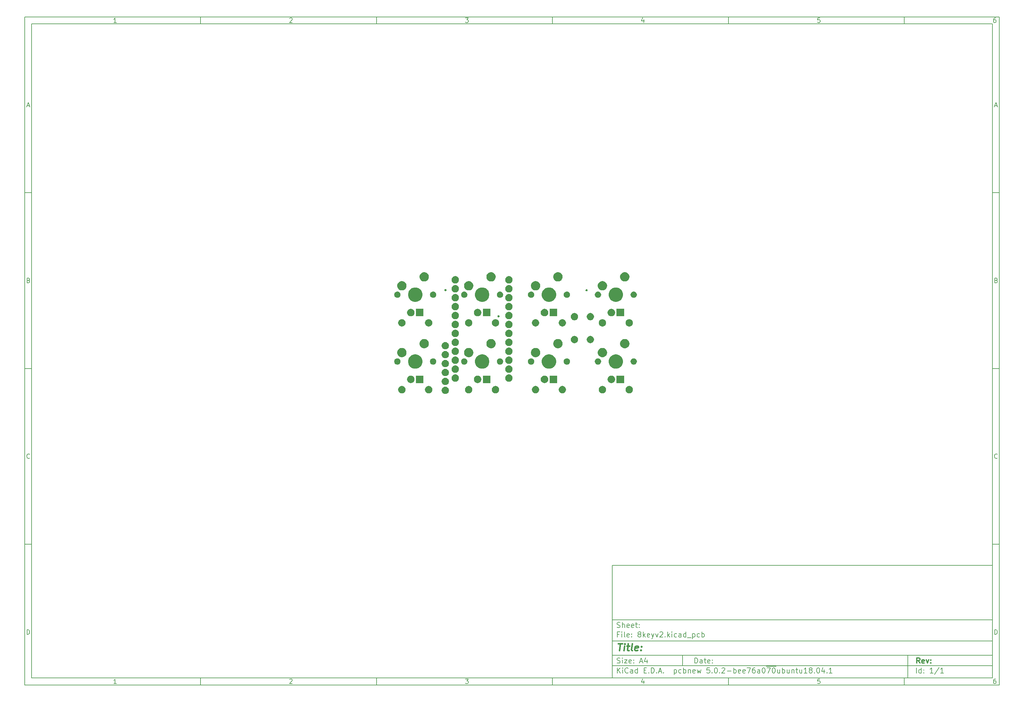
<source format=gbr>
G04 #@! TF.GenerationSoftware,KiCad,Pcbnew,5.0.2-bee76a0~70~ubuntu18.04.1*
G04 #@! TF.CreationDate,2019-02-02T15:30:55-05:00*
G04 #@! TF.ProjectId,8keyv2,386b6579-7632-42e6-9b69-6361645f7063,rev?*
G04 #@! TF.SameCoordinates,Original*
G04 #@! TF.FileFunction,Soldermask,Top*
G04 #@! TF.FilePolarity,Negative*
%FSLAX46Y46*%
G04 Gerber Fmt 4.6, Leading zero omitted, Abs format (unit mm)*
G04 Created by KiCad (PCBNEW 5.0.2-bee76a0~70~ubuntu18.04.1) date Sat 02 Feb 2019 03:30:55 PM EST*
%MOMM*%
%LPD*%
G01*
G04 APERTURE LIST*
%ADD10C,0.100000*%
%ADD11C,0.150000*%
%ADD12C,0.300000*%
%ADD13C,0.400000*%
G04 APERTURE END LIST*
D10*
D11*
X177002200Y-166007200D02*
X177002200Y-198007200D01*
X285002200Y-198007200D01*
X285002200Y-166007200D01*
X177002200Y-166007200D01*
D10*
D11*
X10000000Y-10000000D02*
X10000000Y-200007200D01*
X287002200Y-200007200D01*
X287002200Y-10000000D01*
X10000000Y-10000000D01*
D10*
D11*
X12000000Y-12000000D02*
X12000000Y-198007200D01*
X285002200Y-198007200D01*
X285002200Y-12000000D01*
X12000000Y-12000000D01*
D10*
D11*
X60000000Y-12000000D02*
X60000000Y-10000000D01*
D10*
D11*
X110000000Y-12000000D02*
X110000000Y-10000000D01*
D10*
D11*
X160000000Y-12000000D02*
X160000000Y-10000000D01*
D10*
D11*
X210000000Y-12000000D02*
X210000000Y-10000000D01*
D10*
D11*
X260000000Y-12000000D02*
X260000000Y-10000000D01*
D10*
D11*
X36065476Y-11588095D02*
X35322619Y-11588095D01*
X35694047Y-11588095D02*
X35694047Y-10288095D01*
X35570238Y-10473809D01*
X35446428Y-10597619D01*
X35322619Y-10659523D01*
D10*
D11*
X85322619Y-10411904D02*
X85384523Y-10350000D01*
X85508333Y-10288095D01*
X85817857Y-10288095D01*
X85941666Y-10350000D01*
X86003571Y-10411904D01*
X86065476Y-10535714D01*
X86065476Y-10659523D01*
X86003571Y-10845238D01*
X85260714Y-11588095D01*
X86065476Y-11588095D01*
D10*
D11*
X135260714Y-10288095D02*
X136065476Y-10288095D01*
X135632142Y-10783333D01*
X135817857Y-10783333D01*
X135941666Y-10845238D01*
X136003571Y-10907142D01*
X136065476Y-11030952D01*
X136065476Y-11340476D01*
X136003571Y-11464285D01*
X135941666Y-11526190D01*
X135817857Y-11588095D01*
X135446428Y-11588095D01*
X135322619Y-11526190D01*
X135260714Y-11464285D01*
D10*
D11*
X185941666Y-10721428D02*
X185941666Y-11588095D01*
X185632142Y-10226190D02*
X185322619Y-11154761D01*
X186127380Y-11154761D01*
D10*
D11*
X236003571Y-10288095D02*
X235384523Y-10288095D01*
X235322619Y-10907142D01*
X235384523Y-10845238D01*
X235508333Y-10783333D01*
X235817857Y-10783333D01*
X235941666Y-10845238D01*
X236003571Y-10907142D01*
X236065476Y-11030952D01*
X236065476Y-11340476D01*
X236003571Y-11464285D01*
X235941666Y-11526190D01*
X235817857Y-11588095D01*
X235508333Y-11588095D01*
X235384523Y-11526190D01*
X235322619Y-11464285D01*
D10*
D11*
X285941666Y-10288095D02*
X285694047Y-10288095D01*
X285570238Y-10350000D01*
X285508333Y-10411904D01*
X285384523Y-10597619D01*
X285322619Y-10845238D01*
X285322619Y-11340476D01*
X285384523Y-11464285D01*
X285446428Y-11526190D01*
X285570238Y-11588095D01*
X285817857Y-11588095D01*
X285941666Y-11526190D01*
X286003571Y-11464285D01*
X286065476Y-11340476D01*
X286065476Y-11030952D01*
X286003571Y-10907142D01*
X285941666Y-10845238D01*
X285817857Y-10783333D01*
X285570238Y-10783333D01*
X285446428Y-10845238D01*
X285384523Y-10907142D01*
X285322619Y-11030952D01*
D10*
D11*
X60000000Y-198007200D02*
X60000000Y-200007200D01*
D10*
D11*
X110000000Y-198007200D02*
X110000000Y-200007200D01*
D10*
D11*
X160000000Y-198007200D02*
X160000000Y-200007200D01*
D10*
D11*
X210000000Y-198007200D02*
X210000000Y-200007200D01*
D10*
D11*
X260000000Y-198007200D02*
X260000000Y-200007200D01*
D10*
D11*
X36065476Y-199595295D02*
X35322619Y-199595295D01*
X35694047Y-199595295D02*
X35694047Y-198295295D01*
X35570238Y-198481009D01*
X35446428Y-198604819D01*
X35322619Y-198666723D01*
D10*
D11*
X85322619Y-198419104D02*
X85384523Y-198357200D01*
X85508333Y-198295295D01*
X85817857Y-198295295D01*
X85941666Y-198357200D01*
X86003571Y-198419104D01*
X86065476Y-198542914D01*
X86065476Y-198666723D01*
X86003571Y-198852438D01*
X85260714Y-199595295D01*
X86065476Y-199595295D01*
D10*
D11*
X135260714Y-198295295D02*
X136065476Y-198295295D01*
X135632142Y-198790533D01*
X135817857Y-198790533D01*
X135941666Y-198852438D01*
X136003571Y-198914342D01*
X136065476Y-199038152D01*
X136065476Y-199347676D01*
X136003571Y-199471485D01*
X135941666Y-199533390D01*
X135817857Y-199595295D01*
X135446428Y-199595295D01*
X135322619Y-199533390D01*
X135260714Y-199471485D01*
D10*
D11*
X185941666Y-198728628D02*
X185941666Y-199595295D01*
X185632142Y-198233390D02*
X185322619Y-199161961D01*
X186127380Y-199161961D01*
D10*
D11*
X236003571Y-198295295D02*
X235384523Y-198295295D01*
X235322619Y-198914342D01*
X235384523Y-198852438D01*
X235508333Y-198790533D01*
X235817857Y-198790533D01*
X235941666Y-198852438D01*
X236003571Y-198914342D01*
X236065476Y-199038152D01*
X236065476Y-199347676D01*
X236003571Y-199471485D01*
X235941666Y-199533390D01*
X235817857Y-199595295D01*
X235508333Y-199595295D01*
X235384523Y-199533390D01*
X235322619Y-199471485D01*
D10*
D11*
X285941666Y-198295295D02*
X285694047Y-198295295D01*
X285570238Y-198357200D01*
X285508333Y-198419104D01*
X285384523Y-198604819D01*
X285322619Y-198852438D01*
X285322619Y-199347676D01*
X285384523Y-199471485D01*
X285446428Y-199533390D01*
X285570238Y-199595295D01*
X285817857Y-199595295D01*
X285941666Y-199533390D01*
X286003571Y-199471485D01*
X286065476Y-199347676D01*
X286065476Y-199038152D01*
X286003571Y-198914342D01*
X285941666Y-198852438D01*
X285817857Y-198790533D01*
X285570238Y-198790533D01*
X285446428Y-198852438D01*
X285384523Y-198914342D01*
X285322619Y-199038152D01*
D10*
D11*
X10000000Y-60000000D02*
X12000000Y-60000000D01*
D10*
D11*
X10000000Y-110000000D02*
X12000000Y-110000000D01*
D10*
D11*
X10000000Y-160000000D02*
X12000000Y-160000000D01*
D10*
D11*
X10690476Y-35216666D02*
X11309523Y-35216666D01*
X10566666Y-35588095D02*
X11000000Y-34288095D01*
X11433333Y-35588095D01*
D10*
D11*
X11092857Y-84907142D02*
X11278571Y-84969047D01*
X11340476Y-85030952D01*
X11402380Y-85154761D01*
X11402380Y-85340476D01*
X11340476Y-85464285D01*
X11278571Y-85526190D01*
X11154761Y-85588095D01*
X10659523Y-85588095D01*
X10659523Y-84288095D01*
X11092857Y-84288095D01*
X11216666Y-84350000D01*
X11278571Y-84411904D01*
X11340476Y-84535714D01*
X11340476Y-84659523D01*
X11278571Y-84783333D01*
X11216666Y-84845238D01*
X11092857Y-84907142D01*
X10659523Y-84907142D01*
D10*
D11*
X11402380Y-135464285D02*
X11340476Y-135526190D01*
X11154761Y-135588095D01*
X11030952Y-135588095D01*
X10845238Y-135526190D01*
X10721428Y-135402380D01*
X10659523Y-135278571D01*
X10597619Y-135030952D01*
X10597619Y-134845238D01*
X10659523Y-134597619D01*
X10721428Y-134473809D01*
X10845238Y-134350000D01*
X11030952Y-134288095D01*
X11154761Y-134288095D01*
X11340476Y-134350000D01*
X11402380Y-134411904D01*
D10*
D11*
X10659523Y-185588095D02*
X10659523Y-184288095D01*
X10969047Y-184288095D01*
X11154761Y-184350000D01*
X11278571Y-184473809D01*
X11340476Y-184597619D01*
X11402380Y-184845238D01*
X11402380Y-185030952D01*
X11340476Y-185278571D01*
X11278571Y-185402380D01*
X11154761Y-185526190D01*
X10969047Y-185588095D01*
X10659523Y-185588095D01*
D10*
D11*
X287002200Y-60000000D02*
X285002200Y-60000000D01*
D10*
D11*
X287002200Y-110000000D02*
X285002200Y-110000000D01*
D10*
D11*
X287002200Y-160000000D02*
X285002200Y-160000000D01*
D10*
D11*
X285692676Y-35216666D02*
X286311723Y-35216666D01*
X285568866Y-35588095D02*
X286002200Y-34288095D01*
X286435533Y-35588095D01*
D10*
D11*
X286095057Y-84907142D02*
X286280771Y-84969047D01*
X286342676Y-85030952D01*
X286404580Y-85154761D01*
X286404580Y-85340476D01*
X286342676Y-85464285D01*
X286280771Y-85526190D01*
X286156961Y-85588095D01*
X285661723Y-85588095D01*
X285661723Y-84288095D01*
X286095057Y-84288095D01*
X286218866Y-84350000D01*
X286280771Y-84411904D01*
X286342676Y-84535714D01*
X286342676Y-84659523D01*
X286280771Y-84783333D01*
X286218866Y-84845238D01*
X286095057Y-84907142D01*
X285661723Y-84907142D01*
D10*
D11*
X286404580Y-135464285D02*
X286342676Y-135526190D01*
X286156961Y-135588095D01*
X286033152Y-135588095D01*
X285847438Y-135526190D01*
X285723628Y-135402380D01*
X285661723Y-135278571D01*
X285599819Y-135030952D01*
X285599819Y-134845238D01*
X285661723Y-134597619D01*
X285723628Y-134473809D01*
X285847438Y-134350000D01*
X286033152Y-134288095D01*
X286156961Y-134288095D01*
X286342676Y-134350000D01*
X286404580Y-134411904D01*
D10*
D11*
X285661723Y-185588095D02*
X285661723Y-184288095D01*
X285971247Y-184288095D01*
X286156961Y-184350000D01*
X286280771Y-184473809D01*
X286342676Y-184597619D01*
X286404580Y-184845238D01*
X286404580Y-185030952D01*
X286342676Y-185278571D01*
X286280771Y-185402380D01*
X286156961Y-185526190D01*
X285971247Y-185588095D01*
X285661723Y-185588095D01*
D10*
D11*
X200434342Y-193785771D02*
X200434342Y-192285771D01*
X200791485Y-192285771D01*
X201005771Y-192357200D01*
X201148628Y-192500057D01*
X201220057Y-192642914D01*
X201291485Y-192928628D01*
X201291485Y-193142914D01*
X201220057Y-193428628D01*
X201148628Y-193571485D01*
X201005771Y-193714342D01*
X200791485Y-193785771D01*
X200434342Y-193785771D01*
X202577200Y-193785771D02*
X202577200Y-193000057D01*
X202505771Y-192857200D01*
X202362914Y-192785771D01*
X202077200Y-192785771D01*
X201934342Y-192857200D01*
X202577200Y-193714342D02*
X202434342Y-193785771D01*
X202077200Y-193785771D01*
X201934342Y-193714342D01*
X201862914Y-193571485D01*
X201862914Y-193428628D01*
X201934342Y-193285771D01*
X202077200Y-193214342D01*
X202434342Y-193214342D01*
X202577200Y-193142914D01*
X203077200Y-192785771D02*
X203648628Y-192785771D01*
X203291485Y-192285771D02*
X203291485Y-193571485D01*
X203362914Y-193714342D01*
X203505771Y-193785771D01*
X203648628Y-193785771D01*
X204720057Y-193714342D02*
X204577200Y-193785771D01*
X204291485Y-193785771D01*
X204148628Y-193714342D01*
X204077200Y-193571485D01*
X204077200Y-193000057D01*
X204148628Y-192857200D01*
X204291485Y-192785771D01*
X204577200Y-192785771D01*
X204720057Y-192857200D01*
X204791485Y-193000057D01*
X204791485Y-193142914D01*
X204077200Y-193285771D01*
X205434342Y-193642914D02*
X205505771Y-193714342D01*
X205434342Y-193785771D01*
X205362914Y-193714342D01*
X205434342Y-193642914D01*
X205434342Y-193785771D01*
X205434342Y-192857200D02*
X205505771Y-192928628D01*
X205434342Y-193000057D01*
X205362914Y-192928628D01*
X205434342Y-192857200D01*
X205434342Y-193000057D01*
D10*
D11*
X177002200Y-194507200D02*
X285002200Y-194507200D01*
D10*
D11*
X178434342Y-196585771D02*
X178434342Y-195085771D01*
X179291485Y-196585771D02*
X178648628Y-195728628D01*
X179291485Y-195085771D02*
X178434342Y-195942914D01*
X179934342Y-196585771D02*
X179934342Y-195585771D01*
X179934342Y-195085771D02*
X179862914Y-195157200D01*
X179934342Y-195228628D01*
X180005771Y-195157200D01*
X179934342Y-195085771D01*
X179934342Y-195228628D01*
X181505771Y-196442914D02*
X181434342Y-196514342D01*
X181220057Y-196585771D01*
X181077200Y-196585771D01*
X180862914Y-196514342D01*
X180720057Y-196371485D01*
X180648628Y-196228628D01*
X180577200Y-195942914D01*
X180577200Y-195728628D01*
X180648628Y-195442914D01*
X180720057Y-195300057D01*
X180862914Y-195157200D01*
X181077200Y-195085771D01*
X181220057Y-195085771D01*
X181434342Y-195157200D01*
X181505771Y-195228628D01*
X182791485Y-196585771D02*
X182791485Y-195800057D01*
X182720057Y-195657200D01*
X182577200Y-195585771D01*
X182291485Y-195585771D01*
X182148628Y-195657200D01*
X182791485Y-196514342D02*
X182648628Y-196585771D01*
X182291485Y-196585771D01*
X182148628Y-196514342D01*
X182077200Y-196371485D01*
X182077200Y-196228628D01*
X182148628Y-196085771D01*
X182291485Y-196014342D01*
X182648628Y-196014342D01*
X182791485Y-195942914D01*
X184148628Y-196585771D02*
X184148628Y-195085771D01*
X184148628Y-196514342D02*
X184005771Y-196585771D01*
X183720057Y-196585771D01*
X183577200Y-196514342D01*
X183505771Y-196442914D01*
X183434342Y-196300057D01*
X183434342Y-195871485D01*
X183505771Y-195728628D01*
X183577200Y-195657200D01*
X183720057Y-195585771D01*
X184005771Y-195585771D01*
X184148628Y-195657200D01*
X186005771Y-195800057D02*
X186505771Y-195800057D01*
X186720057Y-196585771D02*
X186005771Y-196585771D01*
X186005771Y-195085771D01*
X186720057Y-195085771D01*
X187362914Y-196442914D02*
X187434342Y-196514342D01*
X187362914Y-196585771D01*
X187291485Y-196514342D01*
X187362914Y-196442914D01*
X187362914Y-196585771D01*
X188077200Y-196585771D02*
X188077200Y-195085771D01*
X188434342Y-195085771D01*
X188648628Y-195157200D01*
X188791485Y-195300057D01*
X188862914Y-195442914D01*
X188934342Y-195728628D01*
X188934342Y-195942914D01*
X188862914Y-196228628D01*
X188791485Y-196371485D01*
X188648628Y-196514342D01*
X188434342Y-196585771D01*
X188077200Y-196585771D01*
X189577200Y-196442914D02*
X189648628Y-196514342D01*
X189577200Y-196585771D01*
X189505771Y-196514342D01*
X189577200Y-196442914D01*
X189577200Y-196585771D01*
X190220057Y-196157200D02*
X190934342Y-196157200D01*
X190077200Y-196585771D02*
X190577200Y-195085771D01*
X191077200Y-196585771D01*
X191577200Y-196442914D02*
X191648628Y-196514342D01*
X191577200Y-196585771D01*
X191505771Y-196514342D01*
X191577200Y-196442914D01*
X191577200Y-196585771D01*
X194577200Y-195585771D02*
X194577200Y-197085771D01*
X194577200Y-195657200D02*
X194720057Y-195585771D01*
X195005771Y-195585771D01*
X195148628Y-195657200D01*
X195220057Y-195728628D01*
X195291485Y-195871485D01*
X195291485Y-196300057D01*
X195220057Y-196442914D01*
X195148628Y-196514342D01*
X195005771Y-196585771D01*
X194720057Y-196585771D01*
X194577200Y-196514342D01*
X196577200Y-196514342D02*
X196434342Y-196585771D01*
X196148628Y-196585771D01*
X196005771Y-196514342D01*
X195934342Y-196442914D01*
X195862914Y-196300057D01*
X195862914Y-195871485D01*
X195934342Y-195728628D01*
X196005771Y-195657200D01*
X196148628Y-195585771D01*
X196434342Y-195585771D01*
X196577200Y-195657200D01*
X197220057Y-196585771D02*
X197220057Y-195085771D01*
X197220057Y-195657200D02*
X197362914Y-195585771D01*
X197648628Y-195585771D01*
X197791485Y-195657200D01*
X197862914Y-195728628D01*
X197934342Y-195871485D01*
X197934342Y-196300057D01*
X197862914Y-196442914D01*
X197791485Y-196514342D01*
X197648628Y-196585771D01*
X197362914Y-196585771D01*
X197220057Y-196514342D01*
X198577200Y-195585771D02*
X198577200Y-196585771D01*
X198577200Y-195728628D02*
X198648628Y-195657200D01*
X198791485Y-195585771D01*
X199005771Y-195585771D01*
X199148628Y-195657200D01*
X199220057Y-195800057D01*
X199220057Y-196585771D01*
X200505771Y-196514342D02*
X200362914Y-196585771D01*
X200077200Y-196585771D01*
X199934342Y-196514342D01*
X199862914Y-196371485D01*
X199862914Y-195800057D01*
X199934342Y-195657200D01*
X200077200Y-195585771D01*
X200362914Y-195585771D01*
X200505771Y-195657200D01*
X200577200Y-195800057D01*
X200577200Y-195942914D01*
X199862914Y-196085771D01*
X201077200Y-195585771D02*
X201362914Y-196585771D01*
X201648628Y-195871485D01*
X201934342Y-196585771D01*
X202220057Y-195585771D01*
X204648628Y-195085771D02*
X203934342Y-195085771D01*
X203862914Y-195800057D01*
X203934342Y-195728628D01*
X204077200Y-195657200D01*
X204434342Y-195657200D01*
X204577200Y-195728628D01*
X204648628Y-195800057D01*
X204720057Y-195942914D01*
X204720057Y-196300057D01*
X204648628Y-196442914D01*
X204577200Y-196514342D01*
X204434342Y-196585771D01*
X204077200Y-196585771D01*
X203934342Y-196514342D01*
X203862914Y-196442914D01*
X205362914Y-196442914D02*
X205434342Y-196514342D01*
X205362914Y-196585771D01*
X205291485Y-196514342D01*
X205362914Y-196442914D01*
X205362914Y-196585771D01*
X206362914Y-195085771D02*
X206505771Y-195085771D01*
X206648628Y-195157200D01*
X206720057Y-195228628D01*
X206791485Y-195371485D01*
X206862914Y-195657200D01*
X206862914Y-196014342D01*
X206791485Y-196300057D01*
X206720057Y-196442914D01*
X206648628Y-196514342D01*
X206505771Y-196585771D01*
X206362914Y-196585771D01*
X206220057Y-196514342D01*
X206148628Y-196442914D01*
X206077200Y-196300057D01*
X206005771Y-196014342D01*
X206005771Y-195657200D01*
X206077200Y-195371485D01*
X206148628Y-195228628D01*
X206220057Y-195157200D01*
X206362914Y-195085771D01*
X207505771Y-196442914D02*
X207577200Y-196514342D01*
X207505771Y-196585771D01*
X207434342Y-196514342D01*
X207505771Y-196442914D01*
X207505771Y-196585771D01*
X208148628Y-195228628D02*
X208220057Y-195157200D01*
X208362914Y-195085771D01*
X208720057Y-195085771D01*
X208862914Y-195157200D01*
X208934342Y-195228628D01*
X209005771Y-195371485D01*
X209005771Y-195514342D01*
X208934342Y-195728628D01*
X208077200Y-196585771D01*
X209005771Y-196585771D01*
X209648628Y-196014342D02*
X210791485Y-196014342D01*
X211505771Y-196585771D02*
X211505771Y-195085771D01*
X211505771Y-195657200D02*
X211648628Y-195585771D01*
X211934342Y-195585771D01*
X212077200Y-195657200D01*
X212148628Y-195728628D01*
X212220057Y-195871485D01*
X212220057Y-196300057D01*
X212148628Y-196442914D01*
X212077200Y-196514342D01*
X211934342Y-196585771D01*
X211648628Y-196585771D01*
X211505771Y-196514342D01*
X213434342Y-196514342D02*
X213291485Y-196585771D01*
X213005771Y-196585771D01*
X212862914Y-196514342D01*
X212791485Y-196371485D01*
X212791485Y-195800057D01*
X212862914Y-195657200D01*
X213005771Y-195585771D01*
X213291485Y-195585771D01*
X213434342Y-195657200D01*
X213505771Y-195800057D01*
X213505771Y-195942914D01*
X212791485Y-196085771D01*
X214720057Y-196514342D02*
X214577200Y-196585771D01*
X214291485Y-196585771D01*
X214148628Y-196514342D01*
X214077200Y-196371485D01*
X214077200Y-195800057D01*
X214148628Y-195657200D01*
X214291485Y-195585771D01*
X214577200Y-195585771D01*
X214720057Y-195657200D01*
X214791485Y-195800057D01*
X214791485Y-195942914D01*
X214077200Y-196085771D01*
X215291485Y-195085771D02*
X216291485Y-195085771D01*
X215648628Y-196585771D01*
X217505771Y-195085771D02*
X217220057Y-195085771D01*
X217077200Y-195157200D01*
X217005771Y-195228628D01*
X216862914Y-195442914D01*
X216791485Y-195728628D01*
X216791485Y-196300057D01*
X216862914Y-196442914D01*
X216934342Y-196514342D01*
X217077200Y-196585771D01*
X217362914Y-196585771D01*
X217505771Y-196514342D01*
X217577200Y-196442914D01*
X217648628Y-196300057D01*
X217648628Y-195942914D01*
X217577200Y-195800057D01*
X217505771Y-195728628D01*
X217362914Y-195657200D01*
X217077200Y-195657200D01*
X216934342Y-195728628D01*
X216862914Y-195800057D01*
X216791485Y-195942914D01*
X218934342Y-196585771D02*
X218934342Y-195800057D01*
X218862914Y-195657200D01*
X218720057Y-195585771D01*
X218434342Y-195585771D01*
X218291485Y-195657200D01*
X218934342Y-196514342D02*
X218791485Y-196585771D01*
X218434342Y-196585771D01*
X218291485Y-196514342D01*
X218220057Y-196371485D01*
X218220057Y-196228628D01*
X218291485Y-196085771D01*
X218434342Y-196014342D01*
X218791485Y-196014342D01*
X218934342Y-195942914D01*
X219934342Y-195085771D02*
X220077200Y-195085771D01*
X220220057Y-195157200D01*
X220291485Y-195228628D01*
X220362914Y-195371485D01*
X220434342Y-195657200D01*
X220434342Y-196014342D01*
X220362914Y-196300057D01*
X220291485Y-196442914D01*
X220220057Y-196514342D01*
X220077200Y-196585771D01*
X219934342Y-196585771D01*
X219791485Y-196514342D01*
X219720057Y-196442914D01*
X219648628Y-196300057D01*
X219577200Y-196014342D01*
X219577200Y-195657200D01*
X219648628Y-195371485D01*
X219720057Y-195228628D01*
X219791485Y-195157200D01*
X219934342Y-195085771D01*
X220720057Y-194677200D02*
X222148628Y-194677200D01*
X220934342Y-195085771D02*
X221934342Y-195085771D01*
X221291485Y-196585771D01*
X222148628Y-194677200D02*
X223577200Y-194677200D01*
X222791485Y-195085771D02*
X222934342Y-195085771D01*
X223077200Y-195157200D01*
X223148628Y-195228628D01*
X223220057Y-195371485D01*
X223291485Y-195657200D01*
X223291485Y-196014342D01*
X223220057Y-196300057D01*
X223148628Y-196442914D01*
X223077200Y-196514342D01*
X222934342Y-196585771D01*
X222791485Y-196585771D01*
X222648628Y-196514342D01*
X222577200Y-196442914D01*
X222505771Y-196300057D01*
X222434342Y-196014342D01*
X222434342Y-195657200D01*
X222505771Y-195371485D01*
X222577200Y-195228628D01*
X222648628Y-195157200D01*
X222791485Y-195085771D01*
X224577200Y-195585771D02*
X224577200Y-196585771D01*
X223934342Y-195585771D02*
X223934342Y-196371485D01*
X224005771Y-196514342D01*
X224148628Y-196585771D01*
X224362914Y-196585771D01*
X224505771Y-196514342D01*
X224577200Y-196442914D01*
X225291485Y-196585771D02*
X225291485Y-195085771D01*
X225291485Y-195657200D02*
X225434342Y-195585771D01*
X225720057Y-195585771D01*
X225862914Y-195657200D01*
X225934342Y-195728628D01*
X226005771Y-195871485D01*
X226005771Y-196300057D01*
X225934342Y-196442914D01*
X225862914Y-196514342D01*
X225720057Y-196585771D01*
X225434342Y-196585771D01*
X225291485Y-196514342D01*
X227291485Y-195585771D02*
X227291485Y-196585771D01*
X226648628Y-195585771D02*
X226648628Y-196371485D01*
X226720057Y-196514342D01*
X226862914Y-196585771D01*
X227077200Y-196585771D01*
X227220057Y-196514342D01*
X227291485Y-196442914D01*
X228005771Y-195585771D02*
X228005771Y-196585771D01*
X228005771Y-195728628D02*
X228077200Y-195657200D01*
X228220057Y-195585771D01*
X228434342Y-195585771D01*
X228577200Y-195657200D01*
X228648628Y-195800057D01*
X228648628Y-196585771D01*
X229148628Y-195585771D02*
X229720057Y-195585771D01*
X229362914Y-195085771D02*
X229362914Y-196371485D01*
X229434342Y-196514342D01*
X229577200Y-196585771D01*
X229720057Y-196585771D01*
X230862914Y-195585771D02*
X230862914Y-196585771D01*
X230220057Y-195585771D02*
X230220057Y-196371485D01*
X230291485Y-196514342D01*
X230434342Y-196585771D01*
X230648628Y-196585771D01*
X230791485Y-196514342D01*
X230862914Y-196442914D01*
X232362914Y-196585771D02*
X231505771Y-196585771D01*
X231934342Y-196585771D02*
X231934342Y-195085771D01*
X231791485Y-195300057D01*
X231648628Y-195442914D01*
X231505771Y-195514342D01*
X233220057Y-195728628D02*
X233077200Y-195657200D01*
X233005771Y-195585771D01*
X232934342Y-195442914D01*
X232934342Y-195371485D01*
X233005771Y-195228628D01*
X233077200Y-195157200D01*
X233220057Y-195085771D01*
X233505771Y-195085771D01*
X233648628Y-195157200D01*
X233720057Y-195228628D01*
X233791485Y-195371485D01*
X233791485Y-195442914D01*
X233720057Y-195585771D01*
X233648628Y-195657200D01*
X233505771Y-195728628D01*
X233220057Y-195728628D01*
X233077200Y-195800057D01*
X233005771Y-195871485D01*
X232934342Y-196014342D01*
X232934342Y-196300057D01*
X233005771Y-196442914D01*
X233077200Y-196514342D01*
X233220057Y-196585771D01*
X233505771Y-196585771D01*
X233648628Y-196514342D01*
X233720057Y-196442914D01*
X233791485Y-196300057D01*
X233791485Y-196014342D01*
X233720057Y-195871485D01*
X233648628Y-195800057D01*
X233505771Y-195728628D01*
X234434342Y-196442914D02*
X234505771Y-196514342D01*
X234434342Y-196585771D01*
X234362914Y-196514342D01*
X234434342Y-196442914D01*
X234434342Y-196585771D01*
X235434342Y-195085771D02*
X235577200Y-195085771D01*
X235720057Y-195157200D01*
X235791485Y-195228628D01*
X235862914Y-195371485D01*
X235934342Y-195657200D01*
X235934342Y-196014342D01*
X235862914Y-196300057D01*
X235791485Y-196442914D01*
X235720057Y-196514342D01*
X235577200Y-196585771D01*
X235434342Y-196585771D01*
X235291485Y-196514342D01*
X235220057Y-196442914D01*
X235148628Y-196300057D01*
X235077200Y-196014342D01*
X235077200Y-195657200D01*
X235148628Y-195371485D01*
X235220057Y-195228628D01*
X235291485Y-195157200D01*
X235434342Y-195085771D01*
X237220057Y-195585771D02*
X237220057Y-196585771D01*
X236862914Y-195014342D02*
X236505771Y-196085771D01*
X237434342Y-196085771D01*
X238005771Y-196442914D02*
X238077199Y-196514342D01*
X238005771Y-196585771D01*
X237934342Y-196514342D01*
X238005771Y-196442914D01*
X238005771Y-196585771D01*
X239505771Y-196585771D02*
X238648628Y-196585771D01*
X239077200Y-196585771D02*
X239077200Y-195085771D01*
X238934342Y-195300057D01*
X238791485Y-195442914D01*
X238648628Y-195514342D01*
D10*
D11*
X177002200Y-191507200D02*
X285002200Y-191507200D01*
D10*
D12*
X264411485Y-193785771D02*
X263911485Y-193071485D01*
X263554342Y-193785771D02*
X263554342Y-192285771D01*
X264125771Y-192285771D01*
X264268628Y-192357200D01*
X264340057Y-192428628D01*
X264411485Y-192571485D01*
X264411485Y-192785771D01*
X264340057Y-192928628D01*
X264268628Y-193000057D01*
X264125771Y-193071485D01*
X263554342Y-193071485D01*
X265625771Y-193714342D02*
X265482914Y-193785771D01*
X265197200Y-193785771D01*
X265054342Y-193714342D01*
X264982914Y-193571485D01*
X264982914Y-193000057D01*
X265054342Y-192857200D01*
X265197200Y-192785771D01*
X265482914Y-192785771D01*
X265625771Y-192857200D01*
X265697200Y-193000057D01*
X265697200Y-193142914D01*
X264982914Y-193285771D01*
X266197200Y-192785771D02*
X266554342Y-193785771D01*
X266911485Y-192785771D01*
X267482914Y-193642914D02*
X267554342Y-193714342D01*
X267482914Y-193785771D01*
X267411485Y-193714342D01*
X267482914Y-193642914D01*
X267482914Y-193785771D01*
X267482914Y-192857200D02*
X267554342Y-192928628D01*
X267482914Y-193000057D01*
X267411485Y-192928628D01*
X267482914Y-192857200D01*
X267482914Y-193000057D01*
D10*
D11*
X178362914Y-193714342D02*
X178577200Y-193785771D01*
X178934342Y-193785771D01*
X179077200Y-193714342D01*
X179148628Y-193642914D01*
X179220057Y-193500057D01*
X179220057Y-193357200D01*
X179148628Y-193214342D01*
X179077200Y-193142914D01*
X178934342Y-193071485D01*
X178648628Y-193000057D01*
X178505771Y-192928628D01*
X178434342Y-192857200D01*
X178362914Y-192714342D01*
X178362914Y-192571485D01*
X178434342Y-192428628D01*
X178505771Y-192357200D01*
X178648628Y-192285771D01*
X179005771Y-192285771D01*
X179220057Y-192357200D01*
X179862914Y-193785771D02*
X179862914Y-192785771D01*
X179862914Y-192285771D02*
X179791485Y-192357200D01*
X179862914Y-192428628D01*
X179934342Y-192357200D01*
X179862914Y-192285771D01*
X179862914Y-192428628D01*
X180434342Y-192785771D02*
X181220057Y-192785771D01*
X180434342Y-193785771D01*
X181220057Y-193785771D01*
X182362914Y-193714342D02*
X182220057Y-193785771D01*
X181934342Y-193785771D01*
X181791485Y-193714342D01*
X181720057Y-193571485D01*
X181720057Y-193000057D01*
X181791485Y-192857200D01*
X181934342Y-192785771D01*
X182220057Y-192785771D01*
X182362914Y-192857200D01*
X182434342Y-193000057D01*
X182434342Y-193142914D01*
X181720057Y-193285771D01*
X183077200Y-193642914D02*
X183148628Y-193714342D01*
X183077200Y-193785771D01*
X183005771Y-193714342D01*
X183077200Y-193642914D01*
X183077200Y-193785771D01*
X183077200Y-192857200D02*
X183148628Y-192928628D01*
X183077200Y-193000057D01*
X183005771Y-192928628D01*
X183077200Y-192857200D01*
X183077200Y-193000057D01*
X184862914Y-193357200D02*
X185577200Y-193357200D01*
X184720057Y-193785771D02*
X185220057Y-192285771D01*
X185720057Y-193785771D01*
X186862914Y-192785771D02*
X186862914Y-193785771D01*
X186505771Y-192214342D02*
X186148628Y-193285771D01*
X187077200Y-193285771D01*
D10*
D11*
X263434342Y-196585771D02*
X263434342Y-195085771D01*
X264791485Y-196585771D02*
X264791485Y-195085771D01*
X264791485Y-196514342D02*
X264648628Y-196585771D01*
X264362914Y-196585771D01*
X264220057Y-196514342D01*
X264148628Y-196442914D01*
X264077200Y-196300057D01*
X264077200Y-195871485D01*
X264148628Y-195728628D01*
X264220057Y-195657200D01*
X264362914Y-195585771D01*
X264648628Y-195585771D01*
X264791485Y-195657200D01*
X265505771Y-196442914D02*
X265577200Y-196514342D01*
X265505771Y-196585771D01*
X265434342Y-196514342D01*
X265505771Y-196442914D01*
X265505771Y-196585771D01*
X265505771Y-195657200D02*
X265577200Y-195728628D01*
X265505771Y-195800057D01*
X265434342Y-195728628D01*
X265505771Y-195657200D01*
X265505771Y-195800057D01*
X268148628Y-196585771D02*
X267291485Y-196585771D01*
X267720057Y-196585771D02*
X267720057Y-195085771D01*
X267577200Y-195300057D01*
X267434342Y-195442914D01*
X267291485Y-195514342D01*
X269862914Y-195014342D02*
X268577200Y-196942914D01*
X271148628Y-196585771D02*
X270291485Y-196585771D01*
X270720057Y-196585771D02*
X270720057Y-195085771D01*
X270577200Y-195300057D01*
X270434342Y-195442914D01*
X270291485Y-195514342D01*
D10*
D11*
X177002200Y-187507200D02*
X285002200Y-187507200D01*
D10*
D13*
X178714580Y-188211961D02*
X179857438Y-188211961D01*
X179036009Y-190211961D02*
X179286009Y-188211961D01*
X180274104Y-190211961D02*
X180440771Y-188878628D01*
X180524104Y-188211961D02*
X180416961Y-188307200D01*
X180500295Y-188402438D01*
X180607438Y-188307200D01*
X180524104Y-188211961D01*
X180500295Y-188402438D01*
X181107438Y-188878628D02*
X181869342Y-188878628D01*
X181476485Y-188211961D02*
X181262200Y-189926247D01*
X181333628Y-190116723D01*
X181512200Y-190211961D01*
X181702676Y-190211961D01*
X182655057Y-190211961D02*
X182476485Y-190116723D01*
X182405057Y-189926247D01*
X182619342Y-188211961D01*
X184190771Y-190116723D02*
X183988390Y-190211961D01*
X183607438Y-190211961D01*
X183428866Y-190116723D01*
X183357438Y-189926247D01*
X183452676Y-189164342D01*
X183571723Y-188973866D01*
X183774104Y-188878628D01*
X184155057Y-188878628D01*
X184333628Y-188973866D01*
X184405057Y-189164342D01*
X184381247Y-189354819D01*
X183405057Y-189545295D01*
X185155057Y-190021485D02*
X185238390Y-190116723D01*
X185131247Y-190211961D01*
X185047914Y-190116723D01*
X185155057Y-190021485D01*
X185131247Y-190211961D01*
X185286009Y-188973866D02*
X185369342Y-189069104D01*
X185262200Y-189164342D01*
X185178866Y-189069104D01*
X185286009Y-188973866D01*
X185262200Y-189164342D01*
D10*
D11*
X178934342Y-185600057D02*
X178434342Y-185600057D01*
X178434342Y-186385771D02*
X178434342Y-184885771D01*
X179148628Y-184885771D01*
X179720057Y-186385771D02*
X179720057Y-185385771D01*
X179720057Y-184885771D02*
X179648628Y-184957200D01*
X179720057Y-185028628D01*
X179791485Y-184957200D01*
X179720057Y-184885771D01*
X179720057Y-185028628D01*
X180648628Y-186385771D02*
X180505771Y-186314342D01*
X180434342Y-186171485D01*
X180434342Y-184885771D01*
X181791485Y-186314342D02*
X181648628Y-186385771D01*
X181362914Y-186385771D01*
X181220057Y-186314342D01*
X181148628Y-186171485D01*
X181148628Y-185600057D01*
X181220057Y-185457200D01*
X181362914Y-185385771D01*
X181648628Y-185385771D01*
X181791485Y-185457200D01*
X181862914Y-185600057D01*
X181862914Y-185742914D01*
X181148628Y-185885771D01*
X182505771Y-186242914D02*
X182577200Y-186314342D01*
X182505771Y-186385771D01*
X182434342Y-186314342D01*
X182505771Y-186242914D01*
X182505771Y-186385771D01*
X182505771Y-185457200D02*
X182577200Y-185528628D01*
X182505771Y-185600057D01*
X182434342Y-185528628D01*
X182505771Y-185457200D01*
X182505771Y-185600057D01*
X184577200Y-185528628D02*
X184434342Y-185457200D01*
X184362914Y-185385771D01*
X184291485Y-185242914D01*
X184291485Y-185171485D01*
X184362914Y-185028628D01*
X184434342Y-184957200D01*
X184577200Y-184885771D01*
X184862914Y-184885771D01*
X185005771Y-184957200D01*
X185077200Y-185028628D01*
X185148628Y-185171485D01*
X185148628Y-185242914D01*
X185077200Y-185385771D01*
X185005771Y-185457200D01*
X184862914Y-185528628D01*
X184577200Y-185528628D01*
X184434342Y-185600057D01*
X184362914Y-185671485D01*
X184291485Y-185814342D01*
X184291485Y-186100057D01*
X184362914Y-186242914D01*
X184434342Y-186314342D01*
X184577200Y-186385771D01*
X184862914Y-186385771D01*
X185005771Y-186314342D01*
X185077200Y-186242914D01*
X185148628Y-186100057D01*
X185148628Y-185814342D01*
X185077200Y-185671485D01*
X185005771Y-185600057D01*
X184862914Y-185528628D01*
X185791485Y-186385771D02*
X185791485Y-184885771D01*
X185934342Y-185814342D02*
X186362914Y-186385771D01*
X186362914Y-185385771D02*
X185791485Y-185957200D01*
X187577200Y-186314342D02*
X187434342Y-186385771D01*
X187148628Y-186385771D01*
X187005771Y-186314342D01*
X186934342Y-186171485D01*
X186934342Y-185600057D01*
X187005771Y-185457200D01*
X187148628Y-185385771D01*
X187434342Y-185385771D01*
X187577200Y-185457200D01*
X187648628Y-185600057D01*
X187648628Y-185742914D01*
X186934342Y-185885771D01*
X188148628Y-185385771D02*
X188505771Y-186385771D01*
X188862914Y-185385771D02*
X188505771Y-186385771D01*
X188362914Y-186742914D01*
X188291485Y-186814342D01*
X188148628Y-186885771D01*
X189291485Y-185385771D02*
X189648628Y-186385771D01*
X190005771Y-185385771D01*
X190505771Y-185028628D02*
X190577200Y-184957200D01*
X190720057Y-184885771D01*
X191077200Y-184885771D01*
X191220057Y-184957200D01*
X191291485Y-185028628D01*
X191362914Y-185171485D01*
X191362914Y-185314342D01*
X191291485Y-185528628D01*
X190434342Y-186385771D01*
X191362914Y-186385771D01*
X192005771Y-186242914D02*
X192077200Y-186314342D01*
X192005771Y-186385771D01*
X191934342Y-186314342D01*
X192005771Y-186242914D01*
X192005771Y-186385771D01*
X192720057Y-186385771D02*
X192720057Y-184885771D01*
X192862914Y-185814342D02*
X193291485Y-186385771D01*
X193291485Y-185385771D02*
X192720057Y-185957200D01*
X193934342Y-186385771D02*
X193934342Y-185385771D01*
X193934342Y-184885771D02*
X193862914Y-184957200D01*
X193934342Y-185028628D01*
X194005771Y-184957200D01*
X193934342Y-184885771D01*
X193934342Y-185028628D01*
X195291485Y-186314342D02*
X195148628Y-186385771D01*
X194862914Y-186385771D01*
X194720057Y-186314342D01*
X194648628Y-186242914D01*
X194577200Y-186100057D01*
X194577200Y-185671485D01*
X194648628Y-185528628D01*
X194720057Y-185457200D01*
X194862914Y-185385771D01*
X195148628Y-185385771D01*
X195291485Y-185457200D01*
X196577200Y-186385771D02*
X196577200Y-185600057D01*
X196505771Y-185457200D01*
X196362914Y-185385771D01*
X196077200Y-185385771D01*
X195934342Y-185457200D01*
X196577200Y-186314342D02*
X196434342Y-186385771D01*
X196077200Y-186385771D01*
X195934342Y-186314342D01*
X195862914Y-186171485D01*
X195862914Y-186028628D01*
X195934342Y-185885771D01*
X196077200Y-185814342D01*
X196434342Y-185814342D01*
X196577200Y-185742914D01*
X197934342Y-186385771D02*
X197934342Y-184885771D01*
X197934342Y-186314342D02*
X197791485Y-186385771D01*
X197505771Y-186385771D01*
X197362914Y-186314342D01*
X197291485Y-186242914D01*
X197220057Y-186100057D01*
X197220057Y-185671485D01*
X197291485Y-185528628D01*
X197362914Y-185457200D01*
X197505771Y-185385771D01*
X197791485Y-185385771D01*
X197934342Y-185457200D01*
X198291485Y-186528628D02*
X199434342Y-186528628D01*
X199791485Y-185385771D02*
X199791485Y-186885771D01*
X199791485Y-185457200D02*
X199934342Y-185385771D01*
X200220057Y-185385771D01*
X200362914Y-185457200D01*
X200434342Y-185528628D01*
X200505771Y-185671485D01*
X200505771Y-186100057D01*
X200434342Y-186242914D01*
X200362914Y-186314342D01*
X200220057Y-186385771D01*
X199934342Y-186385771D01*
X199791485Y-186314342D01*
X201791485Y-186314342D02*
X201648628Y-186385771D01*
X201362914Y-186385771D01*
X201220057Y-186314342D01*
X201148628Y-186242914D01*
X201077200Y-186100057D01*
X201077200Y-185671485D01*
X201148628Y-185528628D01*
X201220057Y-185457200D01*
X201362914Y-185385771D01*
X201648628Y-185385771D01*
X201791485Y-185457200D01*
X202434342Y-186385771D02*
X202434342Y-184885771D01*
X202434342Y-185457200D02*
X202577200Y-185385771D01*
X202862914Y-185385771D01*
X203005771Y-185457200D01*
X203077200Y-185528628D01*
X203148628Y-185671485D01*
X203148628Y-186100057D01*
X203077200Y-186242914D01*
X203005771Y-186314342D01*
X202862914Y-186385771D01*
X202577200Y-186385771D01*
X202434342Y-186314342D01*
D10*
D11*
X177002200Y-181507200D02*
X285002200Y-181507200D01*
D10*
D11*
X178362914Y-183614342D02*
X178577200Y-183685771D01*
X178934342Y-183685771D01*
X179077200Y-183614342D01*
X179148628Y-183542914D01*
X179220057Y-183400057D01*
X179220057Y-183257200D01*
X179148628Y-183114342D01*
X179077200Y-183042914D01*
X178934342Y-182971485D01*
X178648628Y-182900057D01*
X178505771Y-182828628D01*
X178434342Y-182757200D01*
X178362914Y-182614342D01*
X178362914Y-182471485D01*
X178434342Y-182328628D01*
X178505771Y-182257200D01*
X178648628Y-182185771D01*
X179005771Y-182185771D01*
X179220057Y-182257200D01*
X179862914Y-183685771D02*
X179862914Y-182185771D01*
X180505771Y-183685771D02*
X180505771Y-182900057D01*
X180434342Y-182757200D01*
X180291485Y-182685771D01*
X180077200Y-182685771D01*
X179934342Y-182757200D01*
X179862914Y-182828628D01*
X181791485Y-183614342D02*
X181648628Y-183685771D01*
X181362914Y-183685771D01*
X181220057Y-183614342D01*
X181148628Y-183471485D01*
X181148628Y-182900057D01*
X181220057Y-182757200D01*
X181362914Y-182685771D01*
X181648628Y-182685771D01*
X181791485Y-182757200D01*
X181862914Y-182900057D01*
X181862914Y-183042914D01*
X181148628Y-183185771D01*
X183077200Y-183614342D02*
X182934342Y-183685771D01*
X182648628Y-183685771D01*
X182505771Y-183614342D01*
X182434342Y-183471485D01*
X182434342Y-182900057D01*
X182505771Y-182757200D01*
X182648628Y-182685771D01*
X182934342Y-182685771D01*
X183077200Y-182757200D01*
X183148628Y-182900057D01*
X183148628Y-183042914D01*
X182434342Y-183185771D01*
X183577200Y-182685771D02*
X184148628Y-182685771D01*
X183791485Y-182185771D02*
X183791485Y-183471485D01*
X183862914Y-183614342D01*
X184005771Y-183685771D01*
X184148628Y-183685771D01*
X184648628Y-183542914D02*
X184720057Y-183614342D01*
X184648628Y-183685771D01*
X184577200Y-183614342D01*
X184648628Y-183542914D01*
X184648628Y-183685771D01*
X184648628Y-182757200D02*
X184720057Y-182828628D01*
X184648628Y-182900057D01*
X184577200Y-182828628D01*
X184648628Y-182757200D01*
X184648628Y-182900057D01*
D10*
D11*
X197002200Y-191507200D02*
X197002200Y-194507200D01*
D10*
D11*
X261002200Y-191507200D02*
X261002200Y-198007200D01*
D10*
G36*
X129843765Y-115203620D02*
X130033289Y-115282123D01*
X130203855Y-115396092D01*
X130348908Y-115541145D01*
X130462877Y-115711711D01*
X130541380Y-115901235D01*
X130581400Y-116102430D01*
X130581400Y-116307570D01*
X130541380Y-116508765D01*
X130462877Y-116698289D01*
X130348908Y-116868855D01*
X130203855Y-117013908D01*
X130033289Y-117127877D01*
X129843765Y-117206380D01*
X129642570Y-117246400D01*
X129437430Y-117246400D01*
X129236235Y-117206380D01*
X129046711Y-117127877D01*
X128876145Y-117013908D01*
X128731092Y-116868855D01*
X128617123Y-116698289D01*
X128538620Y-116508765D01*
X128498600Y-116307570D01*
X128498600Y-116102430D01*
X128538620Y-115901235D01*
X128617123Y-115711711D01*
X128731092Y-115541145D01*
X128876145Y-115396092D01*
X129046711Y-115282123D01*
X129236235Y-115203620D01*
X129437430Y-115163600D01*
X129642570Y-115163600D01*
X129843765Y-115203620D01*
X129843765Y-115203620D01*
G37*
G36*
X182113765Y-114998620D02*
X182303289Y-115077123D01*
X182473855Y-115191092D01*
X182618908Y-115336145D01*
X182732877Y-115506711D01*
X182811380Y-115696235D01*
X182851400Y-115897430D01*
X182851400Y-116102570D01*
X182811380Y-116303765D01*
X182732877Y-116493289D01*
X182618908Y-116663855D01*
X182473855Y-116808908D01*
X182303289Y-116922877D01*
X182113765Y-117001380D01*
X181912570Y-117041400D01*
X181707430Y-117041400D01*
X181506235Y-117001380D01*
X181316711Y-116922877D01*
X181146145Y-116808908D01*
X181001092Y-116663855D01*
X180887123Y-116493289D01*
X180808620Y-116303765D01*
X180768600Y-116102570D01*
X180768600Y-115897430D01*
X180808620Y-115696235D01*
X180887123Y-115506711D01*
X181001092Y-115336145D01*
X181146145Y-115191092D01*
X181316711Y-115077123D01*
X181506235Y-114998620D01*
X181707430Y-114958600D01*
X181912570Y-114958600D01*
X182113765Y-114998620D01*
X182113765Y-114998620D01*
G37*
G36*
X174493765Y-114998620D02*
X174683289Y-115077123D01*
X174853855Y-115191092D01*
X174998908Y-115336145D01*
X175112877Y-115506711D01*
X175191380Y-115696235D01*
X175231400Y-115897430D01*
X175231400Y-116102570D01*
X175191380Y-116303765D01*
X175112877Y-116493289D01*
X174998908Y-116663855D01*
X174853855Y-116808908D01*
X174683289Y-116922877D01*
X174493765Y-117001380D01*
X174292570Y-117041400D01*
X174087430Y-117041400D01*
X173886235Y-117001380D01*
X173696711Y-116922877D01*
X173526145Y-116808908D01*
X173381092Y-116663855D01*
X173267123Y-116493289D01*
X173188620Y-116303765D01*
X173148600Y-116102570D01*
X173148600Y-115897430D01*
X173188620Y-115696235D01*
X173267123Y-115506711D01*
X173381092Y-115336145D01*
X173526145Y-115191092D01*
X173696711Y-115077123D01*
X173886235Y-114998620D01*
X174087430Y-114958600D01*
X174292570Y-114958600D01*
X174493765Y-114998620D01*
X174493765Y-114998620D01*
G37*
G36*
X125113765Y-114998620D02*
X125303289Y-115077123D01*
X125473855Y-115191092D01*
X125618908Y-115336145D01*
X125732877Y-115506711D01*
X125811380Y-115696235D01*
X125851400Y-115897430D01*
X125851400Y-116102570D01*
X125811380Y-116303765D01*
X125732877Y-116493289D01*
X125618908Y-116663855D01*
X125473855Y-116808908D01*
X125303289Y-116922877D01*
X125113765Y-117001380D01*
X124912570Y-117041400D01*
X124707430Y-117041400D01*
X124506235Y-117001380D01*
X124316711Y-116922877D01*
X124146145Y-116808908D01*
X124001092Y-116663855D01*
X123887123Y-116493289D01*
X123808620Y-116303765D01*
X123768600Y-116102570D01*
X123768600Y-115897430D01*
X123808620Y-115696235D01*
X123887123Y-115506711D01*
X124001092Y-115336145D01*
X124146145Y-115191092D01*
X124316711Y-115077123D01*
X124506235Y-114998620D01*
X124707430Y-114958600D01*
X124912570Y-114958600D01*
X125113765Y-114998620D01*
X125113765Y-114998620D01*
G37*
G36*
X117493765Y-114998620D02*
X117683289Y-115077123D01*
X117853855Y-115191092D01*
X117998908Y-115336145D01*
X118112877Y-115506711D01*
X118191380Y-115696235D01*
X118231400Y-115897430D01*
X118231400Y-116102570D01*
X118191380Y-116303765D01*
X118112877Y-116493289D01*
X117998908Y-116663855D01*
X117853855Y-116808908D01*
X117683289Y-116922877D01*
X117493765Y-117001380D01*
X117292570Y-117041400D01*
X117087430Y-117041400D01*
X116886235Y-117001380D01*
X116696711Y-116922877D01*
X116526145Y-116808908D01*
X116381092Y-116663855D01*
X116267123Y-116493289D01*
X116188620Y-116303765D01*
X116148600Y-116102570D01*
X116148600Y-115897430D01*
X116188620Y-115696235D01*
X116267123Y-115506711D01*
X116381092Y-115336145D01*
X116526145Y-115191092D01*
X116696711Y-115077123D01*
X116886235Y-114998620D01*
X117087430Y-114958600D01*
X117292570Y-114958600D01*
X117493765Y-114998620D01*
X117493765Y-114998620D01*
G37*
G36*
X136493765Y-114998620D02*
X136683289Y-115077123D01*
X136853855Y-115191092D01*
X136998908Y-115336145D01*
X137112877Y-115506711D01*
X137191380Y-115696235D01*
X137231400Y-115897430D01*
X137231400Y-116102570D01*
X137191380Y-116303765D01*
X137112877Y-116493289D01*
X136998908Y-116663855D01*
X136853855Y-116808908D01*
X136683289Y-116922877D01*
X136493765Y-117001380D01*
X136292570Y-117041400D01*
X136087430Y-117041400D01*
X135886235Y-117001380D01*
X135696711Y-116922877D01*
X135526145Y-116808908D01*
X135381092Y-116663855D01*
X135267123Y-116493289D01*
X135188620Y-116303765D01*
X135148600Y-116102570D01*
X135148600Y-115897430D01*
X135188620Y-115696235D01*
X135267123Y-115506711D01*
X135381092Y-115336145D01*
X135526145Y-115191092D01*
X135696711Y-115077123D01*
X135886235Y-114998620D01*
X136087430Y-114958600D01*
X136292570Y-114958600D01*
X136493765Y-114998620D01*
X136493765Y-114998620D01*
G37*
G36*
X163113765Y-114998620D02*
X163303289Y-115077123D01*
X163473855Y-115191092D01*
X163618908Y-115336145D01*
X163732877Y-115506711D01*
X163811380Y-115696235D01*
X163851400Y-115897430D01*
X163851400Y-116102570D01*
X163811380Y-116303765D01*
X163732877Y-116493289D01*
X163618908Y-116663855D01*
X163473855Y-116808908D01*
X163303289Y-116922877D01*
X163113765Y-117001380D01*
X162912570Y-117041400D01*
X162707430Y-117041400D01*
X162506235Y-117001380D01*
X162316711Y-116922877D01*
X162146145Y-116808908D01*
X162001092Y-116663855D01*
X161887123Y-116493289D01*
X161808620Y-116303765D01*
X161768600Y-116102570D01*
X161768600Y-115897430D01*
X161808620Y-115696235D01*
X161887123Y-115506711D01*
X162001092Y-115336145D01*
X162146145Y-115191092D01*
X162316711Y-115077123D01*
X162506235Y-114998620D01*
X162707430Y-114958600D01*
X162912570Y-114958600D01*
X163113765Y-114998620D01*
X163113765Y-114998620D01*
G37*
G36*
X155493765Y-114998620D02*
X155683289Y-115077123D01*
X155853855Y-115191092D01*
X155998908Y-115336145D01*
X156112877Y-115506711D01*
X156191380Y-115696235D01*
X156231400Y-115897430D01*
X156231400Y-116102570D01*
X156191380Y-116303765D01*
X156112877Y-116493289D01*
X155998908Y-116663855D01*
X155853855Y-116808908D01*
X155683289Y-116922877D01*
X155493765Y-117001380D01*
X155292570Y-117041400D01*
X155087430Y-117041400D01*
X154886235Y-117001380D01*
X154696711Y-116922877D01*
X154526145Y-116808908D01*
X154381092Y-116663855D01*
X154267123Y-116493289D01*
X154188620Y-116303765D01*
X154148600Y-116102570D01*
X154148600Y-115897430D01*
X154188620Y-115696235D01*
X154267123Y-115506711D01*
X154381092Y-115336145D01*
X154526145Y-115191092D01*
X154696711Y-115077123D01*
X154886235Y-114998620D01*
X155087430Y-114958600D01*
X155292570Y-114958600D01*
X155493765Y-114998620D01*
X155493765Y-114998620D01*
G37*
G36*
X144113765Y-114998620D02*
X144303289Y-115077123D01*
X144473855Y-115191092D01*
X144618908Y-115336145D01*
X144732877Y-115506711D01*
X144811380Y-115696235D01*
X144851400Y-115897430D01*
X144851400Y-116102570D01*
X144811380Y-116303765D01*
X144732877Y-116493289D01*
X144618908Y-116663855D01*
X144473855Y-116808908D01*
X144303289Y-116922877D01*
X144113765Y-117001380D01*
X143912570Y-117041400D01*
X143707430Y-117041400D01*
X143506235Y-117001380D01*
X143316711Y-116922877D01*
X143146145Y-116808908D01*
X143001092Y-116663855D01*
X142887123Y-116493289D01*
X142808620Y-116303765D01*
X142768600Y-116102570D01*
X142768600Y-115897430D01*
X142808620Y-115696235D01*
X142887123Y-115506711D01*
X143001092Y-115336145D01*
X143146145Y-115191092D01*
X143316711Y-115077123D01*
X143506235Y-114998620D01*
X143707430Y-114958600D01*
X143912570Y-114958600D01*
X144113765Y-114998620D01*
X144113765Y-114998620D01*
G37*
G36*
X129843765Y-112663620D02*
X130033289Y-112742123D01*
X130203855Y-112856092D01*
X130348908Y-113001145D01*
X130462877Y-113171711D01*
X130541380Y-113361235D01*
X130581400Y-113562430D01*
X130581400Y-113767570D01*
X130541380Y-113968765D01*
X130462877Y-114158289D01*
X130348908Y-114328855D01*
X130203855Y-114473908D01*
X130033289Y-114587877D01*
X129843765Y-114666380D01*
X129642570Y-114706400D01*
X129437430Y-114706400D01*
X129236235Y-114666380D01*
X129046711Y-114587877D01*
X128876145Y-114473908D01*
X128731092Y-114328855D01*
X128617123Y-114158289D01*
X128538620Y-113968765D01*
X128498600Y-113767570D01*
X128498600Y-113562430D01*
X128538620Y-113361235D01*
X128617123Y-113171711D01*
X128731092Y-113001145D01*
X128876145Y-112856092D01*
X129046711Y-112742123D01*
X129236235Y-112663620D01*
X129437430Y-112623600D01*
X129642570Y-112623600D01*
X129843765Y-112663620D01*
X129843765Y-112663620D01*
G37*
G36*
X177041174Y-112054196D02*
X177235318Y-112134613D01*
X177410048Y-112251364D01*
X177558636Y-112399952D01*
X177675387Y-112574682D01*
X177755804Y-112768826D01*
X177796800Y-112974928D01*
X177796800Y-113185072D01*
X177755804Y-113391174D01*
X177675387Y-113585318D01*
X177558636Y-113760048D01*
X177410048Y-113908636D01*
X177235318Y-114025387D01*
X177041174Y-114105804D01*
X176835072Y-114146800D01*
X176624928Y-114146800D01*
X176418826Y-114105804D01*
X176224682Y-114025387D01*
X176049952Y-113908636D01*
X175901364Y-113760048D01*
X175784613Y-113585318D01*
X175704196Y-113391174D01*
X175663200Y-113185072D01*
X175663200Y-112974928D01*
X175704196Y-112768826D01*
X175784613Y-112574682D01*
X175901364Y-112399952D01*
X176049952Y-112251364D01*
X176224682Y-112134613D01*
X176418826Y-112054196D01*
X176624928Y-112013200D01*
X176835072Y-112013200D01*
X177041174Y-112054196D01*
X177041174Y-112054196D01*
G37*
G36*
X161336800Y-114146800D02*
X159203200Y-114146800D01*
X159203200Y-112013200D01*
X161336800Y-112013200D01*
X161336800Y-114146800D01*
X161336800Y-114146800D01*
G37*
G36*
X180336800Y-114146800D02*
X178203200Y-114146800D01*
X178203200Y-112013200D01*
X180336800Y-112013200D01*
X180336800Y-114146800D01*
X180336800Y-114146800D01*
G37*
G36*
X158041174Y-112054196D02*
X158235318Y-112134613D01*
X158410048Y-112251364D01*
X158558636Y-112399952D01*
X158675387Y-112574682D01*
X158755804Y-112768826D01*
X158796800Y-112974928D01*
X158796800Y-113185072D01*
X158755804Y-113391174D01*
X158675387Y-113585318D01*
X158558636Y-113760048D01*
X158410048Y-113908636D01*
X158235318Y-114025387D01*
X158041174Y-114105804D01*
X157835072Y-114146800D01*
X157624928Y-114146800D01*
X157418826Y-114105804D01*
X157224682Y-114025387D01*
X157049952Y-113908636D01*
X156901364Y-113760048D01*
X156784613Y-113585318D01*
X156704196Y-113391174D01*
X156663200Y-113185072D01*
X156663200Y-112974928D01*
X156704196Y-112768826D01*
X156784613Y-112574682D01*
X156901364Y-112399952D01*
X157049952Y-112251364D01*
X157224682Y-112134613D01*
X157418826Y-112054196D01*
X157624928Y-112013200D01*
X157835072Y-112013200D01*
X158041174Y-112054196D01*
X158041174Y-112054196D01*
G37*
G36*
X142336800Y-114146800D02*
X140203200Y-114146800D01*
X140203200Y-112013200D01*
X142336800Y-112013200D01*
X142336800Y-114146800D01*
X142336800Y-114146800D01*
G37*
G36*
X139041174Y-112054196D02*
X139235318Y-112134613D01*
X139410048Y-112251364D01*
X139558636Y-112399952D01*
X139675387Y-112574682D01*
X139755804Y-112768826D01*
X139796800Y-112974928D01*
X139796800Y-113185072D01*
X139755804Y-113391174D01*
X139675387Y-113585318D01*
X139558636Y-113760048D01*
X139410048Y-113908636D01*
X139235318Y-114025387D01*
X139041174Y-114105804D01*
X138835072Y-114146800D01*
X138624928Y-114146800D01*
X138418826Y-114105804D01*
X138224682Y-114025387D01*
X138049952Y-113908636D01*
X137901364Y-113760048D01*
X137784613Y-113585318D01*
X137704196Y-113391174D01*
X137663200Y-113185072D01*
X137663200Y-112974928D01*
X137704196Y-112768826D01*
X137784613Y-112574682D01*
X137901364Y-112399952D01*
X138049952Y-112251364D01*
X138224682Y-112134613D01*
X138418826Y-112054196D01*
X138624928Y-112013200D01*
X138835072Y-112013200D01*
X139041174Y-112054196D01*
X139041174Y-112054196D01*
G37*
G36*
X120041174Y-112054196D02*
X120235318Y-112134613D01*
X120410048Y-112251364D01*
X120558636Y-112399952D01*
X120675387Y-112574682D01*
X120755804Y-112768826D01*
X120796800Y-112974928D01*
X120796800Y-113185072D01*
X120755804Y-113391174D01*
X120675387Y-113585318D01*
X120558636Y-113760048D01*
X120410048Y-113908636D01*
X120235318Y-114025387D01*
X120041174Y-114105804D01*
X119835072Y-114146800D01*
X119624928Y-114146800D01*
X119418826Y-114105804D01*
X119224682Y-114025387D01*
X119049952Y-113908636D01*
X118901364Y-113760048D01*
X118784613Y-113585318D01*
X118704196Y-113391174D01*
X118663200Y-113185072D01*
X118663200Y-112974928D01*
X118704196Y-112768826D01*
X118784613Y-112574682D01*
X118901364Y-112399952D01*
X119049952Y-112251364D01*
X119224682Y-112134613D01*
X119418826Y-112054196D01*
X119624928Y-112013200D01*
X119835072Y-112013200D01*
X120041174Y-112054196D01*
X120041174Y-112054196D01*
G37*
G36*
X123336800Y-114146800D02*
X121203200Y-114146800D01*
X121203200Y-112013200D01*
X123336800Y-112013200D01*
X123336800Y-114146800D01*
X123336800Y-114146800D01*
G37*
G36*
X132683765Y-111698620D02*
X132873289Y-111777123D01*
X133043855Y-111891092D01*
X133188908Y-112036145D01*
X133302877Y-112206711D01*
X133381380Y-112396235D01*
X133421400Y-112597430D01*
X133421400Y-112802570D01*
X133381380Y-113003765D01*
X133302877Y-113193289D01*
X133188908Y-113363855D01*
X133043855Y-113508908D01*
X132873289Y-113622877D01*
X132683765Y-113701380D01*
X132482570Y-113741400D01*
X132277430Y-113741400D01*
X132076235Y-113701380D01*
X131886711Y-113622877D01*
X131716145Y-113508908D01*
X131571092Y-113363855D01*
X131457123Y-113193289D01*
X131378620Y-113003765D01*
X131338600Y-112802570D01*
X131338600Y-112597430D01*
X131378620Y-112396235D01*
X131457123Y-112206711D01*
X131571092Y-112036145D01*
X131716145Y-111891092D01*
X131886711Y-111777123D01*
X132076235Y-111698620D01*
X132277430Y-111658600D01*
X132482570Y-111658600D01*
X132683765Y-111698620D01*
X132683765Y-111698620D01*
G37*
G36*
X147923765Y-111698620D02*
X148113289Y-111777123D01*
X148283855Y-111891092D01*
X148428908Y-112036145D01*
X148542877Y-112206711D01*
X148621380Y-112396235D01*
X148661400Y-112597430D01*
X148661400Y-112802570D01*
X148621380Y-113003765D01*
X148542877Y-113193289D01*
X148428908Y-113363855D01*
X148283855Y-113508908D01*
X148113289Y-113622877D01*
X147923765Y-113701380D01*
X147722570Y-113741400D01*
X147517430Y-113741400D01*
X147316235Y-113701380D01*
X147126711Y-113622877D01*
X146956145Y-113508908D01*
X146811092Y-113363855D01*
X146697123Y-113193289D01*
X146618620Y-113003765D01*
X146578600Y-112802570D01*
X146578600Y-112597430D01*
X146618620Y-112396235D01*
X146697123Y-112206711D01*
X146811092Y-112036145D01*
X146956145Y-111891092D01*
X147126711Y-111777123D01*
X147316235Y-111698620D01*
X147517430Y-111658600D01*
X147722570Y-111658600D01*
X147923765Y-111698620D01*
X147923765Y-111698620D01*
G37*
G36*
X129843765Y-110123620D02*
X130033289Y-110202123D01*
X130203855Y-110316092D01*
X130348908Y-110461145D01*
X130462877Y-110631711D01*
X130541380Y-110821235D01*
X130581400Y-111022430D01*
X130581400Y-111227570D01*
X130541380Y-111428765D01*
X130462877Y-111618289D01*
X130348908Y-111788855D01*
X130203855Y-111933908D01*
X130033289Y-112047877D01*
X129843765Y-112126380D01*
X129642570Y-112166400D01*
X129437430Y-112166400D01*
X129236235Y-112126380D01*
X129046711Y-112047877D01*
X128876145Y-111933908D01*
X128731092Y-111788855D01*
X128617123Y-111618289D01*
X128538620Y-111428765D01*
X128498600Y-111227570D01*
X128498600Y-111022430D01*
X128538620Y-110821235D01*
X128617123Y-110631711D01*
X128731092Y-110461145D01*
X128876145Y-110316092D01*
X129046711Y-110202123D01*
X129236235Y-110123620D01*
X129437430Y-110083600D01*
X129642570Y-110083600D01*
X129843765Y-110123620D01*
X129843765Y-110123620D01*
G37*
G36*
X147923765Y-109158620D02*
X148113289Y-109237123D01*
X148283855Y-109351092D01*
X148428908Y-109496145D01*
X148542877Y-109666711D01*
X148621380Y-109856235D01*
X148661400Y-110057430D01*
X148661400Y-110262570D01*
X148621380Y-110463765D01*
X148542877Y-110653289D01*
X148428908Y-110823855D01*
X148283855Y-110968908D01*
X148113289Y-111082877D01*
X147923765Y-111161380D01*
X147722570Y-111201400D01*
X147517430Y-111201400D01*
X147316235Y-111161380D01*
X147126711Y-111082877D01*
X146956145Y-110968908D01*
X146811092Y-110823855D01*
X146697123Y-110653289D01*
X146618620Y-110463765D01*
X146578600Y-110262570D01*
X146578600Y-110057430D01*
X146618620Y-109856235D01*
X146697123Y-109666711D01*
X146811092Y-109496145D01*
X146956145Y-109351092D01*
X147126711Y-109237123D01*
X147316235Y-109158620D01*
X147517430Y-109118600D01*
X147722570Y-109118600D01*
X147923765Y-109158620D01*
X147923765Y-109158620D01*
G37*
G36*
X132683765Y-109158620D02*
X132873289Y-109237123D01*
X133043855Y-109351092D01*
X133188908Y-109496145D01*
X133302877Y-109666711D01*
X133381380Y-109856235D01*
X133421400Y-110057430D01*
X133421400Y-110262570D01*
X133381380Y-110463765D01*
X133302877Y-110653289D01*
X133188908Y-110823855D01*
X133043855Y-110968908D01*
X132873289Y-111082877D01*
X132683765Y-111161380D01*
X132482570Y-111201400D01*
X132277430Y-111201400D01*
X132076235Y-111161380D01*
X131886711Y-111082877D01*
X131716145Y-110968908D01*
X131571092Y-110823855D01*
X131457123Y-110653289D01*
X131378620Y-110463765D01*
X131338600Y-110262570D01*
X131338600Y-110057430D01*
X131378620Y-109856235D01*
X131457123Y-109666711D01*
X131571092Y-109496145D01*
X131716145Y-109351092D01*
X131886711Y-109237123D01*
X132076235Y-109158620D01*
X132277430Y-109118600D01*
X132482570Y-109118600D01*
X132683765Y-109158620D01*
X132683765Y-109158620D01*
G37*
G36*
X121440570Y-106002877D02*
X121596417Y-106033877D01*
X121711099Y-106081380D01*
X121968527Y-106188010D01*
X122303423Y-106411780D01*
X122588220Y-106696577D01*
X122811990Y-107031473D01*
X122966123Y-107403584D01*
X123044700Y-107798613D01*
X123044700Y-108201387D01*
X122966123Y-108596416D01*
X122811990Y-108968527D01*
X122588220Y-109303423D01*
X122303423Y-109588220D01*
X121968527Y-109811990D01*
X121750550Y-109902279D01*
X121596417Y-109966123D01*
X121464740Y-109992315D01*
X121201387Y-110044700D01*
X120798613Y-110044700D01*
X120535260Y-109992315D01*
X120403583Y-109966123D01*
X120249450Y-109902279D01*
X120031473Y-109811990D01*
X119696577Y-109588220D01*
X119411780Y-109303423D01*
X119188010Y-108968527D01*
X119033877Y-108596416D01*
X118955300Y-108201387D01*
X118955300Y-107798613D01*
X119033877Y-107403584D01*
X119188010Y-107031473D01*
X119411780Y-106696577D01*
X119696577Y-106411780D01*
X120031473Y-106188010D01*
X120288901Y-106081380D01*
X120403583Y-106033877D01*
X120559430Y-106002877D01*
X120798613Y-105955300D01*
X121201387Y-105955300D01*
X121440570Y-106002877D01*
X121440570Y-106002877D01*
G37*
G36*
X140440570Y-106002877D02*
X140596417Y-106033877D01*
X140711099Y-106081380D01*
X140968527Y-106188010D01*
X141303423Y-106411780D01*
X141588220Y-106696577D01*
X141811990Y-107031473D01*
X141966123Y-107403584D01*
X142044700Y-107798613D01*
X142044700Y-108201387D01*
X141966123Y-108596416D01*
X141811990Y-108968527D01*
X141588220Y-109303423D01*
X141303423Y-109588220D01*
X140968527Y-109811990D01*
X140750550Y-109902279D01*
X140596417Y-109966123D01*
X140464740Y-109992315D01*
X140201387Y-110044700D01*
X139798613Y-110044700D01*
X139535260Y-109992315D01*
X139403583Y-109966123D01*
X139249450Y-109902279D01*
X139031473Y-109811990D01*
X138696577Y-109588220D01*
X138411780Y-109303423D01*
X138188010Y-108968527D01*
X138033877Y-108596416D01*
X137955300Y-108201387D01*
X137955300Y-107798613D01*
X138033877Y-107403584D01*
X138188010Y-107031473D01*
X138411780Y-106696577D01*
X138696577Y-106411780D01*
X139031473Y-106188010D01*
X139288901Y-106081380D01*
X139403583Y-106033877D01*
X139559430Y-106002877D01*
X139798613Y-105955300D01*
X140201387Y-105955300D01*
X140440570Y-106002877D01*
X140440570Y-106002877D01*
G37*
G36*
X159440570Y-106002877D02*
X159596417Y-106033877D01*
X159711099Y-106081380D01*
X159968527Y-106188010D01*
X160303423Y-106411780D01*
X160588220Y-106696577D01*
X160811990Y-107031473D01*
X160966123Y-107403584D01*
X161044700Y-107798613D01*
X161044700Y-108201387D01*
X160966123Y-108596416D01*
X160811990Y-108968527D01*
X160588220Y-109303423D01*
X160303423Y-109588220D01*
X159968527Y-109811990D01*
X159750550Y-109902279D01*
X159596417Y-109966123D01*
X159464740Y-109992315D01*
X159201387Y-110044700D01*
X158798613Y-110044700D01*
X158535260Y-109992315D01*
X158403583Y-109966123D01*
X158249450Y-109902279D01*
X158031473Y-109811990D01*
X157696577Y-109588220D01*
X157411780Y-109303423D01*
X157188010Y-108968527D01*
X157033877Y-108596416D01*
X156955300Y-108201387D01*
X156955300Y-107798613D01*
X157033877Y-107403584D01*
X157188010Y-107031473D01*
X157411780Y-106696577D01*
X157696577Y-106411780D01*
X158031473Y-106188010D01*
X158288901Y-106081380D01*
X158403583Y-106033877D01*
X158559430Y-106002877D01*
X158798613Y-105955300D01*
X159201387Y-105955300D01*
X159440570Y-106002877D01*
X159440570Y-106002877D01*
G37*
G36*
X178440570Y-106002877D02*
X178596417Y-106033877D01*
X178711099Y-106081380D01*
X178968527Y-106188010D01*
X179303423Y-106411780D01*
X179588220Y-106696577D01*
X179811990Y-107031473D01*
X179966123Y-107403584D01*
X180044700Y-107798613D01*
X180044700Y-108201387D01*
X179966123Y-108596416D01*
X179811990Y-108968527D01*
X179588220Y-109303423D01*
X179303423Y-109588220D01*
X178968527Y-109811990D01*
X178750550Y-109902279D01*
X178596417Y-109966123D01*
X178464740Y-109992315D01*
X178201387Y-110044700D01*
X177798613Y-110044700D01*
X177535260Y-109992315D01*
X177403583Y-109966123D01*
X177249450Y-109902279D01*
X177031473Y-109811990D01*
X176696577Y-109588220D01*
X176411780Y-109303423D01*
X176188010Y-108968527D01*
X176033877Y-108596416D01*
X175955300Y-108201387D01*
X175955300Y-107798613D01*
X176033877Y-107403584D01*
X176188010Y-107031473D01*
X176411780Y-106696577D01*
X176696577Y-106411780D01*
X177031473Y-106188010D01*
X177288901Y-106081380D01*
X177403583Y-106033877D01*
X177559430Y-106002877D01*
X177798613Y-105955300D01*
X178201387Y-105955300D01*
X178440570Y-106002877D01*
X178440570Y-106002877D01*
G37*
G36*
X129843765Y-107583620D02*
X130033289Y-107662123D01*
X130203855Y-107776092D01*
X130348908Y-107921145D01*
X130462877Y-108091711D01*
X130541380Y-108281235D01*
X130581400Y-108482430D01*
X130581400Y-108687570D01*
X130541380Y-108888765D01*
X130462877Y-109078289D01*
X130348908Y-109248855D01*
X130203855Y-109393908D01*
X130033289Y-109507877D01*
X129843765Y-109586380D01*
X129642570Y-109626400D01*
X129437430Y-109626400D01*
X129236235Y-109586380D01*
X129046711Y-109507877D01*
X128876145Y-109393908D01*
X128731092Y-109248855D01*
X128617123Y-109078289D01*
X128538620Y-108888765D01*
X128498600Y-108687570D01*
X128498600Y-108482430D01*
X128538620Y-108281235D01*
X128617123Y-108091711D01*
X128731092Y-107921145D01*
X128876145Y-107776092D01*
X129046711Y-107662123D01*
X129236235Y-107583620D01*
X129437430Y-107543600D01*
X129642570Y-107543600D01*
X129843765Y-107583620D01*
X129843765Y-107583620D01*
G37*
G36*
X154183016Y-107132951D02*
X154347114Y-107200923D01*
X154494803Y-107299606D01*
X154620394Y-107425197D01*
X154719077Y-107572886D01*
X154787049Y-107736984D01*
X154821700Y-107911189D01*
X154821700Y-108088811D01*
X154787049Y-108263016D01*
X154719077Y-108427114D01*
X154620394Y-108574803D01*
X154494803Y-108700394D01*
X154347114Y-108799077D01*
X154183016Y-108867049D01*
X154008811Y-108901700D01*
X153831189Y-108901700D01*
X153656984Y-108867049D01*
X153492886Y-108799077D01*
X153345197Y-108700394D01*
X153219606Y-108574803D01*
X153120923Y-108427114D01*
X153052951Y-108263016D01*
X153018300Y-108088811D01*
X153018300Y-107911189D01*
X153052951Y-107736984D01*
X153120923Y-107572886D01*
X153219606Y-107425197D01*
X153345197Y-107299606D01*
X153492886Y-107200923D01*
X153656984Y-107132951D01*
X153831189Y-107098300D01*
X154008811Y-107098300D01*
X154183016Y-107132951D01*
X154183016Y-107132951D01*
G37*
G36*
X183343016Y-107132951D02*
X183507114Y-107200923D01*
X183654803Y-107299606D01*
X183780394Y-107425197D01*
X183879077Y-107572886D01*
X183947049Y-107736984D01*
X183981700Y-107911189D01*
X183981700Y-108088811D01*
X183947049Y-108263016D01*
X183879077Y-108427114D01*
X183780394Y-108574803D01*
X183654803Y-108700394D01*
X183507114Y-108799077D01*
X183343016Y-108867049D01*
X183168811Y-108901700D01*
X182991189Y-108901700D01*
X182816984Y-108867049D01*
X182652886Y-108799077D01*
X182505197Y-108700394D01*
X182379606Y-108574803D01*
X182280923Y-108427114D01*
X182212951Y-108263016D01*
X182178300Y-108088811D01*
X182178300Y-107911189D01*
X182212951Y-107736984D01*
X182280923Y-107572886D01*
X182379606Y-107425197D01*
X182505197Y-107299606D01*
X182652886Y-107200923D01*
X182816984Y-107132951D01*
X182991189Y-107098300D01*
X183168811Y-107098300D01*
X183343016Y-107132951D01*
X183343016Y-107132951D01*
G37*
G36*
X145343016Y-107132951D02*
X145507114Y-107200923D01*
X145654803Y-107299606D01*
X145780394Y-107425197D01*
X145879077Y-107572886D01*
X145947049Y-107736984D01*
X145981700Y-107911189D01*
X145981700Y-108088811D01*
X145947049Y-108263016D01*
X145879077Y-108427114D01*
X145780394Y-108574803D01*
X145654803Y-108700394D01*
X145507114Y-108799077D01*
X145343016Y-108867049D01*
X145168811Y-108901700D01*
X144991189Y-108901700D01*
X144816984Y-108867049D01*
X144652886Y-108799077D01*
X144505197Y-108700394D01*
X144379606Y-108574803D01*
X144280923Y-108427114D01*
X144212951Y-108263016D01*
X144178300Y-108088811D01*
X144178300Y-107911189D01*
X144212951Y-107736984D01*
X144280923Y-107572886D01*
X144379606Y-107425197D01*
X144505197Y-107299606D01*
X144652886Y-107200923D01*
X144816984Y-107132951D01*
X144991189Y-107098300D01*
X145168811Y-107098300D01*
X145343016Y-107132951D01*
X145343016Y-107132951D01*
G37*
G36*
X173183016Y-107132951D02*
X173347114Y-107200923D01*
X173494803Y-107299606D01*
X173620394Y-107425197D01*
X173719077Y-107572886D01*
X173787049Y-107736984D01*
X173821700Y-107911189D01*
X173821700Y-108088811D01*
X173787049Y-108263016D01*
X173719077Y-108427114D01*
X173620394Y-108574803D01*
X173494803Y-108700394D01*
X173347114Y-108799077D01*
X173183016Y-108867049D01*
X173008811Y-108901700D01*
X172831189Y-108901700D01*
X172656984Y-108867049D01*
X172492886Y-108799077D01*
X172345197Y-108700394D01*
X172219606Y-108574803D01*
X172120923Y-108427114D01*
X172052951Y-108263016D01*
X172018300Y-108088811D01*
X172018300Y-107911189D01*
X172052951Y-107736984D01*
X172120923Y-107572886D01*
X172219606Y-107425197D01*
X172345197Y-107299606D01*
X172492886Y-107200923D01*
X172656984Y-107132951D01*
X172831189Y-107098300D01*
X173008811Y-107098300D01*
X173183016Y-107132951D01*
X173183016Y-107132951D01*
G37*
G36*
X135183016Y-107132951D02*
X135347114Y-107200923D01*
X135494803Y-107299606D01*
X135620394Y-107425197D01*
X135719077Y-107572886D01*
X135787049Y-107736984D01*
X135821700Y-107911189D01*
X135821700Y-108088811D01*
X135787049Y-108263016D01*
X135719077Y-108427114D01*
X135620394Y-108574803D01*
X135494803Y-108700394D01*
X135347114Y-108799077D01*
X135183016Y-108867049D01*
X135008811Y-108901700D01*
X134831189Y-108901700D01*
X134656984Y-108867049D01*
X134492886Y-108799077D01*
X134345197Y-108700394D01*
X134219606Y-108574803D01*
X134120923Y-108427114D01*
X134052951Y-108263016D01*
X134018300Y-108088811D01*
X134018300Y-107911189D01*
X134052951Y-107736984D01*
X134120923Y-107572886D01*
X134219606Y-107425197D01*
X134345197Y-107299606D01*
X134492886Y-107200923D01*
X134656984Y-107132951D01*
X134831189Y-107098300D01*
X135008811Y-107098300D01*
X135183016Y-107132951D01*
X135183016Y-107132951D01*
G37*
G36*
X126343016Y-107132951D02*
X126507114Y-107200923D01*
X126654803Y-107299606D01*
X126780394Y-107425197D01*
X126879077Y-107572886D01*
X126947049Y-107736984D01*
X126981700Y-107911189D01*
X126981700Y-108088811D01*
X126947049Y-108263016D01*
X126879077Y-108427114D01*
X126780394Y-108574803D01*
X126654803Y-108700394D01*
X126507114Y-108799077D01*
X126343016Y-108867049D01*
X126168811Y-108901700D01*
X125991189Y-108901700D01*
X125816984Y-108867049D01*
X125652886Y-108799077D01*
X125505197Y-108700394D01*
X125379606Y-108574803D01*
X125280923Y-108427114D01*
X125212951Y-108263016D01*
X125178300Y-108088811D01*
X125178300Y-107911189D01*
X125212951Y-107736984D01*
X125280923Y-107572886D01*
X125379606Y-107425197D01*
X125505197Y-107299606D01*
X125652886Y-107200923D01*
X125816984Y-107132951D01*
X125991189Y-107098300D01*
X126168811Y-107098300D01*
X126343016Y-107132951D01*
X126343016Y-107132951D01*
G37*
G36*
X116183016Y-107132951D02*
X116347114Y-107200923D01*
X116494803Y-107299606D01*
X116620394Y-107425197D01*
X116719077Y-107572886D01*
X116787049Y-107736984D01*
X116821700Y-107911189D01*
X116821700Y-108088811D01*
X116787049Y-108263016D01*
X116719077Y-108427114D01*
X116620394Y-108574803D01*
X116494803Y-108700394D01*
X116347114Y-108799077D01*
X116183016Y-108867049D01*
X116008811Y-108901700D01*
X115831189Y-108901700D01*
X115656984Y-108867049D01*
X115492886Y-108799077D01*
X115345197Y-108700394D01*
X115219606Y-108574803D01*
X115120923Y-108427114D01*
X115052951Y-108263016D01*
X115018300Y-108088811D01*
X115018300Y-107911189D01*
X115052951Y-107736984D01*
X115120923Y-107572886D01*
X115219606Y-107425197D01*
X115345197Y-107299606D01*
X115492886Y-107200923D01*
X115656984Y-107132951D01*
X115831189Y-107098300D01*
X116008811Y-107098300D01*
X116183016Y-107132951D01*
X116183016Y-107132951D01*
G37*
G36*
X164343016Y-107132951D02*
X164507114Y-107200923D01*
X164654803Y-107299606D01*
X164780394Y-107425197D01*
X164879077Y-107572886D01*
X164947049Y-107736984D01*
X164981700Y-107911189D01*
X164981700Y-108088811D01*
X164947049Y-108263016D01*
X164879077Y-108427114D01*
X164780394Y-108574803D01*
X164654803Y-108700394D01*
X164507114Y-108799077D01*
X164343016Y-108867049D01*
X164168811Y-108901700D01*
X163991189Y-108901700D01*
X163816984Y-108867049D01*
X163652886Y-108799077D01*
X163505197Y-108700394D01*
X163379606Y-108574803D01*
X163280923Y-108427114D01*
X163212951Y-108263016D01*
X163178300Y-108088811D01*
X163178300Y-107911189D01*
X163212951Y-107736984D01*
X163280923Y-107572886D01*
X163379606Y-107425197D01*
X163505197Y-107299606D01*
X163652886Y-107200923D01*
X163816984Y-107132951D01*
X163991189Y-107098300D01*
X164168811Y-107098300D01*
X164343016Y-107132951D01*
X164343016Y-107132951D01*
G37*
G36*
X132683765Y-106618620D02*
X132873289Y-106697123D01*
X133043855Y-106811092D01*
X133188908Y-106956145D01*
X133302877Y-107126711D01*
X133381380Y-107316235D01*
X133421400Y-107517430D01*
X133421400Y-107722570D01*
X133381380Y-107923765D01*
X133302877Y-108113289D01*
X133188908Y-108283855D01*
X133043855Y-108428908D01*
X132873289Y-108542877D01*
X132683765Y-108621380D01*
X132482570Y-108661400D01*
X132277430Y-108661400D01*
X132076235Y-108621380D01*
X131886711Y-108542877D01*
X131716145Y-108428908D01*
X131571092Y-108283855D01*
X131457123Y-108113289D01*
X131378620Y-107923765D01*
X131338600Y-107722570D01*
X131338600Y-107517430D01*
X131378620Y-107316235D01*
X131457123Y-107126711D01*
X131571092Y-106956145D01*
X131716145Y-106811092D01*
X131886711Y-106697123D01*
X132076235Y-106618620D01*
X132277430Y-106578600D01*
X132482570Y-106578600D01*
X132683765Y-106618620D01*
X132683765Y-106618620D01*
G37*
G36*
X147923765Y-106618620D02*
X148113289Y-106697123D01*
X148283855Y-106811092D01*
X148428908Y-106956145D01*
X148542877Y-107126711D01*
X148621380Y-107316235D01*
X148661400Y-107517430D01*
X148661400Y-107722570D01*
X148621380Y-107923765D01*
X148542877Y-108113289D01*
X148428908Y-108283855D01*
X148283855Y-108428908D01*
X148113289Y-108542877D01*
X147923765Y-108621380D01*
X147722570Y-108661400D01*
X147517430Y-108661400D01*
X147316235Y-108621380D01*
X147126711Y-108542877D01*
X146956145Y-108428908D01*
X146811092Y-108283855D01*
X146697123Y-108113289D01*
X146618620Y-107923765D01*
X146578600Y-107722570D01*
X146578600Y-107517430D01*
X146618620Y-107316235D01*
X146697123Y-107126711D01*
X146811092Y-106956145D01*
X146956145Y-106811092D01*
X147126711Y-106697123D01*
X147316235Y-106618620D01*
X147517430Y-106578600D01*
X147722570Y-106578600D01*
X147923765Y-106618620D01*
X147923765Y-106618620D01*
G37*
G36*
X129843765Y-105043620D02*
X130033289Y-105122123D01*
X130203855Y-105236092D01*
X130348908Y-105381145D01*
X130462877Y-105551711D01*
X130541380Y-105741235D01*
X130581400Y-105942430D01*
X130581400Y-106147570D01*
X130541380Y-106348765D01*
X130462877Y-106538289D01*
X130348908Y-106708855D01*
X130203855Y-106853908D01*
X130033289Y-106967877D01*
X129843765Y-107046380D01*
X129642570Y-107086400D01*
X129437430Y-107086400D01*
X129236235Y-107046380D01*
X129046711Y-106967877D01*
X128876145Y-106853908D01*
X128731092Y-106708855D01*
X128617123Y-106538289D01*
X128538620Y-106348765D01*
X128498600Y-106147570D01*
X128498600Y-105942430D01*
X128538620Y-105741235D01*
X128617123Y-105551711D01*
X128731092Y-105381145D01*
X128876145Y-105236092D01*
X129046711Y-105122123D01*
X129236235Y-105043620D01*
X129437430Y-105003600D01*
X129642570Y-105003600D01*
X129843765Y-105043620D01*
X129843765Y-105043620D01*
G37*
G36*
X174575263Y-104189957D02*
X174815634Y-104289522D01*
X175031961Y-104434067D01*
X175215933Y-104618039D01*
X175321636Y-104776235D01*
X175360479Y-104834368D01*
X175460043Y-105074737D01*
X175510800Y-105329911D01*
X175510800Y-105590089D01*
X175460043Y-105845263D01*
X175381917Y-106033877D01*
X175360478Y-106085634D01*
X175215933Y-106301961D01*
X175031961Y-106485933D01*
X174815634Y-106630478D01*
X174815633Y-106630479D01*
X174815632Y-106630479D01*
X174575263Y-106730043D01*
X174320089Y-106780800D01*
X174059911Y-106780800D01*
X173804737Y-106730043D01*
X173564368Y-106630479D01*
X173564367Y-106630479D01*
X173564366Y-106630478D01*
X173348039Y-106485933D01*
X173164067Y-106301961D01*
X173019522Y-106085634D01*
X172998084Y-106033877D01*
X172919957Y-105845263D01*
X172869200Y-105590089D01*
X172869200Y-105329911D01*
X172919957Y-105074737D01*
X173019521Y-104834368D01*
X173058364Y-104776235D01*
X173164067Y-104618039D01*
X173348039Y-104434067D01*
X173564366Y-104289522D01*
X173804737Y-104189957D01*
X174059911Y-104139200D01*
X174320089Y-104139200D01*
X174575263Y-104189957D01*
X174575263Y-104189957D01*
G37*
G36*
X155575263Y-104189957D02*
X155815634Y-104289522D01*
X156031961Y-104434067D01*
X156215933Y-104618039D01*
X156321636Y-104776235D01*
X156360479Y-104834368D01*
X156460043Y-105074737D01*
X156510800Y-105329911D01*
X156510800Y-105590089D01*
X156460043Y-105845263D01*
X156381917Y-106033877D01*
X156360478Y-106085634D01*
X156215933Y-106301961D01*
X156031961Y-106485933D01*
X155815634Y-106630478D01*
X155815633Y-106630479D01*
X155815632Y-106630479D01*
X155575263Y-106730043D01*
X155320089Y-106780800D01*
X155059911Y-106780800D01*
X154804737Y-106730043D01*
X154564368Y-106630479D01*
X154564367Y-106630479D01*
X154564366Y-106630478D01*
X154348039Y-106485933D01*
X154164067Y-106301961D01*
X154019522Y-106085634D01*
X153998084Y-106033877D01*
X153919957Y-105845263D01*
X153869200Y-105590089D01*
X153869200Y-105329911D01*
X153919957Y-105074737D01*
X154019521Y-104834368D01*
X154058364Y-104776235D01*
X154164067Y-104618039D01*
X154348039Y-104434067D01*
X154564366Y-104289522D01*
X154804737Y-104189957D01*
X155059911Y-104139200D01*
X155320089Y-104139200D01*
X155575263Y-104189957D01*
X155575263Y-104189957D01*
G37*
G36*
X136575263Y-104189957D02*
X136815634Y-104289522D01*
X137031961Y-104434067D01*
X137215933Y-104618039D01*
X137321636Y-104776235D01*
X137360479Y-104834368D01*
X137460043Y-105074737D01*
X137510800Y-105329911D01*
X137510800Y-105590089D01*
X137460043Y-105845263D01*
X137381917Y-106033877D01*
X137360478Y-106085634D01*
X137215933Y-106301961D01*
X137031961Y-106485933D01*
X136815634Y-106630478D01*
X136815633Y-106630479D01*
X136815632Y-106630479D01*
X136575263Y-106730043D01*
X136320089Y-106780800D01*
X136059911Y-106780800D01*
X135804737Y-106730043D01*
X135564368Y-106630479D01*
X135564367Y-106630479D01*
X135564366Y-106630478D01*
X135348039Y-106485933D01*
X135164067Y-106301961D01*
X135019522Y-106085634D01*
X134998084Y-106033877D01*
X134919957Y-105845263D01*
X134869200Y-105590089D01*
X134869200Y-105329911D01*
X134919957Y-105074737D01*
X135019521Y-104834368D01*
X135058364Y-104776235D01*
X135164067Y-104618039D01*
X135348039Y-104434067D01*
X135564366Y-104289522D01*
X135804737Y-104189957D01*
X136059911Y-104139200D01*
X136320089Y-104139200D01*
X136575263Y-104189957D01*
X136575263Y-104189957D01*
G37*
G36*
X117575263Y-104189957D02*
X117815634Y-104289522D01*
X118031961Y-104434067D01*
X118215933Y-104618039D01*
X118321636Y-104776235D01*
X118360479Y-104834368D01*
X118460043Y-105074737D01*
X118510800Y-105329911D01*
X118510800Y-105590089D01*
X118460043Y-105845263D01*
X118381917Y-106033877D01*
X118360478Y-106085634D01*
X118215933Y-106301961D01*
X118031961Y-106485933D01*
X117815634Y-106630478D01*
X117815633Y-106630479D01*
X117815632Y-106630479D01*
X117575263Y-106730043D01*
X117320089Y-106780800D01*
X117059911Y-106780800D01*
X116804737Y-106730043D01*
X116564368Y-106630479D01*
X116564367Y-106630479D01*
X116564366Y-106630478D01*
X116348039Y-106485933D01*
X116164067Y-106301961D01*
X116019522Y-106085634D01*
X115998084Y-106033877D01*
X115919957Y-105845263D01*
X115869200Y-105590089D01*
X115869200Y-105329911D01*
X115919957Y-105074737D01*
X116019521Y-104834368D01*
X116058364Y-104776235D01*
X116164067Y-104618039D01*
X116348039Y-104434067D01*
X116564366Y-104289522D01*
X116804737Y-104189957D01*
X117059911Y-104139200D01*
X117320089Y-104139200D01*
X117575263Y-104189957D01*
X117575263Y-104189957D01*
G37*
G36*
X147923765Y-104078620D02*
X148113289Y-104157123D01*
X148283855Y-104271092D01*
X148428908Y-104416145D01*
X148542877Y-104586711D01*
X148621380Y-104776235D01*
X148661400Y-104977430D01*
X148661400Y-105182570D01*
X148621380Y-105383765D01*
X148542877Y-105573289D01*
X148428908Y-105743855D01*
X148283855Y-105888908D01*
X148113289Y-106002877D01*
X147923765Y-106081380D01*
X147722570Y-106121400D01*
X147517430Y-106121400D01*
X147316235Y-106081380D01*
X147126711Y-106002877D01*
X146956145Y-105888908D01*
X146811092Y-105743855D01*
X146697123Y-105573289D01*
X146618620Y-105383765D01*
X146578600Y-105182570D01*
X146578600Y-104977430D01*
X146618620Y-104776235D01*
X146697123Y-104586711D01*
X146811092Y-104416145D01*
X146956145Y-104271092D01*
X147126711Y-104157123D01*
X147316235Y-104078620D01*
X147517430Y-104038600D01*
X147722570Y-104038600D01*
X147923765Y-104078620D01*
X147923765Y-104078620D01*
G37*
G36*
X132683765Y-104078620D02*
X132873289Y-104157123D01*
X133043855Y-104271092D01*
X133188908Y-104416145D01*
X133302877Y-104586711D01*
X133381380Y-104776235D01*
X133421400Y-104977430D01*
X133421400Y-105182570D01*
X133381380Y-105383765D01*
X133302877Y-105573289D01*
X133188908Y-105743855D01*
X133043855Y-105888908D01*
X132873289Y-106002877D01*
X132683765Y-106081380D01*
X132482570Y-106121400D01*
X132277430Y-106121400D01*
X132076235Y-106081380D01*
X131886711Y-106002877D01*
X131716145Y-105888908D01*
X131571092Y-105743855D01*
X131457123Y-105573289D01*
X131378620Y-105383765D01*
X131338600Y-105182570D01*
X131338600Y-104977430D01*
X131378620Y-104776235D01*
X131457123Y-104586711D01*
X131571092Y-104416145D01*
X131716145Y-104271092D01*
X131886711Y-104157123D01*
X132076235Y-104078620D01*
X132277430Y-104038600D01*
X132482570Y-104038600D01*
X132683765Y-104078620D01*
X132683765Y-104078620D01*
G37*
G36*
X129843765Y-102503620D02*
X130033289Y-102582123D01*
X130203855Y-102696092D01*
X130348908Y-102841145D01*
X130462877Y-103011711D01*
X130541380Y-103201235D01*
X130581400Y-103402430D01*
X130581400Y-103607570D01*
X130541380Y-103808765D01*
X130462877Y-103998289D01*
X130348908Y-104168855D01*
X130203855Y-104313908D01*
X130033289Y-104427877D01*
X129843765Y-104506380D01*
X129642570Y-104546400D01*
X129437430Y-104546400D01*
X129236235Y-104506380D01*
X129046711Y-104427877D01*
X128876145Y-104313908D01*
X128731092Y-104168855D01*
X128617123Y-103998289D01*
X128538620Y-103808765D01*
X128498600Y-103607570D01*
X128498600Y-103402430D01*
X128538620Y-103201235D01*
X128617123Y-103011711D01*
X128731092Y-102841145D01*
X128876145Y-102696092D01*
X129046711Y-102582123D01*
X129236235Y-102503620D01*
X129437430Y-102463600D01*
X129642570Y-102463600D01*
X129843765Y-102503620D01*
X129843765Y-102503620D01*
G37*
G36*
X180918592Y-101648630D02*
X180925263Y-101649957D01*
X181165634Y-101749522D01*
X181381961Y-101894067D01*
X181565933Y-102078039D01*
X181710478Y-102294366D01*
X181810043Y-102534737D01*
X181860800Y-102789913D01*
X181860800Y-103050087D01*
X181810043Y-103305263D01*
X181710478Y-103545634D01*
X181565933Y-103761961D01*
X181381961Y-103945933D01*
X181165634Y-104090478D01*
X181165633Y-104090479D01*
X181165632Y-104090479D01*
X180925263Y-104190043D01*
X180670089Y-104240800D01*
X180409911Y-104240800D01*
X180154737Y-104190043D01*
X179914368Y-104090479D01*
X179914367Y-104090479D01*
X179914366Y-104090478D01*
X179698039Y-103945933D01*
X179514067Y-103761961D01*
X179369522Y-103545634D01*
X179269957Y-103305263D01*
X179219200Y-103050087D01*
X179219200Y-102789913D01*
X179269957Y-102534737D01*
X179369522Y-102294366D01*
X179514067Y-102078039D01*
X179698039Y-101894067D01*
X179914366Y-101749522D01*
X180154737Y-101649957D01*
X180161408Y-101648630D01*
X180409911Y-101599200D01*
X180670089Y-101599200D01*
X180918592Y-101648630D01*
X180918592Y-101648630D01*
G37*
G36*
X161918592Y-101648630D02*
X161925263Y-101649957D01*
X162165634Y-101749522D01*
X162381961Y-101894067D01*
X162565933Y-102078039D01*
X162710478Y-102294366D01*
X162810043Y-102534737D01*
X162860800Y-102789913D01*
X162860800Y-103050087D01*
X162810043Y-103305263D01*
X162710478Y-103545634D01*
X162565933Y-103761961D01*
X162381961Y-103945933D01*
X162165634Y-104090478D01*
X162165633Y-104090479D01*
X162165632Y-104090479D01*
X161925263Y-104190043D01*
X161670089Y-104240800D01*
X161409911Y-104240800D01*
X161154737Y-104190043D01*
X160914368Y-104090479D01*
X160914367Y-104090479D01*
X160914366Y-104090478D01*
X160698039Y-103945933D01*
X160514067Y-103761961D01*
X160369522Y-103545634D01*
X160269957Y-103305263D01*
X160219200Y-103050087D01*
X160219200Y-102789913D01*
X160269957Y-102534737D01*
X160369522Y-102294366D01*
X160514067Y-102078039D01*
X160698039Y-101894067D01*
X160914366Y-101749522D01*
X161154737Y-101649957D01*
X161161408Y-101648630D01*
X161409911Y-101599200D01*
X161670089Y-101599200D01*
X161918592Y-101648630D01*
X161918592Y-101648630D01*
G37*
G36*
X142918592Y-101648630D02*
X142925263Y-101649957D01*
X143165634Y-101749522D01*
X143381961Y-101894067D01*
X143565933Y-102078039D01*
X143710478Y-102294366D01*
X143810043Y-102534737D01*
X143860800Y-102789913D01*
X143860800Y-103050087D01*
X143810043Y-103305263D01*
X143710478Y-103545634D01*
X143565933Y-103761961D01*
X143381961Y-103945933D01*
X143165634Y-104090478D01*
X143165633Y-104090479D01*
X143165632Y-104090479D01*
X142925263Y-104190043D01*
X142670089Y-104240800D01*
X142409911Y-104240800D01*
X142154737Y-104190043D01*
X141914368Y-104090479D01*
X141914367Y-104090479D01*
X141914366Y-104090478D01*
X141698039Y-103945933D01*
X141514067Y-103761961D01*
X141369522Y-103545634D01*
X141269957Y-103305263D01*
X141219200Y-103050087D01*
X141219200Y-102789913D01*
X141269957Y-102534737D01*
X141369522Y-102294366D01*
X141514067Y-102078039D01*
X141698039Y-101894067D01*
X141914366Y-101749522D01*
X142154737Y-101649957D01*
X142161408Y-101648630D01*
X142409911Y-101599200D01*
X142670089Y-101599200D01*
X142918592Y-101648630D01*
X142918592Y-101648630D01*
G37*
G36*
X123918592Y-101648630D02*
X123925263Y-101649957D01*
X124165634Y-101749522D01*
X124381961Y-101894067D01*
X124565933Y-102078039D01*
X124710478Y-102294366D01*
X124810043Y-102534737D01*
X124860800Y-102789913D01*
X124860800Y-103050087D01*
X124810043Y-103305263D01*
X124710478Y-103545634D01*
X124565933Y-103761961D01*
X124381961Y-103945933D01*
X124165634Y-104090478D01*
X124165633Y-104090479D01*
X124165632Y-104090479D01*
X123925263Y-104190043D01*
X123670089Y-104240800D01*
X123409911Y-104240800D01*
X123154737Y-104190043D01*
X122914368Y-104090479D01*
X122914367Y-104090479D01*
X122914366Y-104090478D01*
X122698039Y-103945933D01*
X122514067Y-103761961D01*
X122369522Y-103545634D01*
X122269957Y-103305263D01*
X122219200Y-103050087D01*
X122219200Y-102789913D01*
X122269957Y-102534737D01*
X122369522Y-102294366D01*
X122514067Y-102078039D01*
X122698039Y-101894067D01*
X122914366Y-101749522D01*
X123154737Y-101649957D01*
X123161408Y-101648630D01*
X123409911Y-101599200D01*
X123670089Y-101599200D01*
X123918592Y-101648630D01*
X123918592Y-101648630D01*
G37*
G36*
X132683765Y-101538620D02*
X132873289Y-101617123D01*
X133043855Y-101731092D01*
X133188908Y-101876145D01*
X133302877Y-102046711D01*
X133381380Y-102236235D01*
X133421400Y-102437430D01*
X133421400Y-102642570D01*
X133381380Y-102843765D01*
X133302877Y-103033289D01*
X133188908Y-103203855D01*
X133043855Y-103348908D01*
X132873289Y-103462877D01*
X132683765Y-103541380D01*
X132482570Y-103581400D01*
X132277430Y-103581400D01*
X132076235Y-103541380D01*
X131886711Y-103462877D01*
X131716145Y-103348908D01*
X131571092Y-103203855D01*
X131457123Y-103033289D01*
X131378620Y-102843765D01*
X131338600Y-102642570D01*
X131338600Y-102437430D01*
X131378620Y-102236235D01*
X131457123Y-102046711D01*
X131571092Y-101876145D01*
X131716145Y-101731092D01*
X131886711Y-101617123D01*
X132076235Y-101538620D01*
X132277430Y-101498600D01*
X132482570Y-101498600D01*
X132683765Y-101538620D01*
X132683765Y-101538620D01*
G37*
G36*
X147923765Y-101538620D02*
X148113289Y-101617123D01*
X148283855Y-101731092D01*
X148428908Y-101876145D01*
X148542877Y-102046711D01*
X148621380Y-102236235D01*
X148661400Y-102437430D01*
X148661400Y-102642570D01*
X148621380Y-102843765D01*
X148542877Y-103033289D01*
X148428908Y-103203855D01*
X148283855Y-103348908D01*
X148113289Y-103462877D01*
X147923765Y-103541380D01*
X147722570Y-103581400D01*
X147517430Y-103581400D01*
X147316235Y-103541380D01*
X147126711Y-103462877D01*
X146956145Y-103348908D01*
X146811092Y-103203855D01*
X146697123Y-103033289D01*
X146618620Y-102843765D01*
X146578600Y-102642570D01*
X146578600Y-102437430D01*
X146618620Y-102236235D01*
X146697123Y-102046711D01*
X146811092Y-101876145D01*
X146956145Y-101731092D01*
X147126711Y-101617123D01*
X147316235Y-101538620D01*
X147517430Y-101498600D01*
X147722570Y-101498600D01*
X147923765Y-101538620D01*
X147923765Y-101538620D01*
G37*
G36*
X166543165Y-100749820D02*
X166732689Y-100828323D01*
X166903255Y-100942292D01*
X167048308Y-101087345D01*
X167162277Y-101257911D01*
X167240780Y-101447435D01*
X167280800Y-101648630D01*
X167280800Y-101853770D01*
X167240780Y-102054965D01*
X167162277Y-102244489D01*
X167048308Y-102415055D01*
X166903255Y-102560108D01*
X166732689Y-102674077D01*
X166543165Y-102752580D01*
X166341970Y-102792600D01*
X166136830Y-102792600D01*
X165935635Y-102752580D01*
X165746111Y-102674077D01*
X165575545Y-102560108D01*
X165430492Y-102415055D01*
X165316523Y-102244489D01*
X165238020Y-102054965D01*
X165198000Y-101853770D01*
X165198000Y-101648630D01*
X165238020Y-101447435D01*
X165316523Y-101257911D01*
X165430492Y-101087345D01*
X165575545Y-100942292D01*
X165746111Y-100828323D01*
X165935635Y-100749820D01*
X166136830Y-100709800D01*
X166341970Y-100709800D01*
X166543165Y-100749820D01*
X166543165Y-100749820D01*
G37*
G36*
X171064365Y-100749820D02*
X171253889Y-100828323D01*
X171424455Y-100942292D01*
X171569508Y-101087345D01*
X171683477Y-101257911D01*
X171761980Y-101447435D01*
X171802000Y-101648630D01*
X171802000Y-101853770D01*
X171761980Y-102054965D01*
X171683477Y-102244489D01*
X171569508Y-102415055D01*
X171424455Y-102560108D01*
X171253889Y-102674077D01*
X171064365Y-102752580D01*
X170863170Y-102792600D01*
X170658030Y-102792600D01*
X170456835Y-102752580D01*
X170267311Y-102674077D01*
X170096745Y-102560108D01*
X169951692Y-102415055D01*
X169837723Y-102244489D01*
X169759220Y-102054965D01*
X169719200Y-101853770D01*
X169719200Y-101648630D01*
X169759220Y-101447435D01*
X169837723Y-101257911D01*
X169951692Y-101087345D01*
X170096745Y-100942292D01*
X170267311Y-100828323D01*
X170456835Y-100749820D01*
X170658030Y-100709800D01*
X170863170Y-100709800D01*
X171064365Y-100749820D01*
X171064365Y-100749820D01*
G37*
G36*
X132683765Y-98998620D02*
X132873289Y-99077123D01*
X133043855Y-99191092D01*
X133188908Y-99336145D01*
X133302877Y-99506711D01*
X133381380Y-99696235D01*
X133421400Y-99897430D01*
X133421400Y-100102570D01*
X133381380Y-100303765D01*
X133302877Y-100493289D01*
X133188908Y-100663855D01*
X133043855Y-100808908D01*
X132873289Y-100922877D01*
X132683765Y-101001380D01*
X132482570Y-101041400D01*
X132277430Y-101041400D01*
X132076235Y-101001380D01*
X131886711Y-100922877D01*
X131716145Y-100808908D01*
X131571092Y-100663855D01*
X131457123Y-100493289D01*
X131378620Y-100303765D01*
X131338600Y-100102570D01*
X131338600Y-99897430D01*
X131378620Y-99696235D01*
X131457123Y-99506711D01*
X131571092Y-99336145D01*
X131716145Y-99191092D01*
X131886711Y-99077123D01*
X132076235Y-98998620D01*
X132277430Y-98958600D01*
X132482570Y-98958600D01*
X132683765Y-98998620D01*
X132683765Y-98998620D01*
G37*
G36*
X147923765Y-98998620D02*
X148113289Y-99077123D01*
X148283855Y-99191092D01*
X148428908Y-99336145D01*
X148542877Y-99506711D01*
X148621380Y-99696235D01*
X148661400Y-99897430D01*
X148661400Y-100102570D01*
X148621380Y-100303765D01*
X148542877Y-100493289D01*
X148428908Y-100663855D01*
X148283855Y-100808908D01*
X148113289Y-100922877D01*
X147923765Y-101001380D01*
X147722570Y-101041400D01*
X147517430Y-101041400D01*
X147316235Y-101001380D01*
X147126711Y-100922877D01*
X146956145Y-100808908D01*
X146811092Y-100663855D01*
X146697123Y-100493289D01*
X146618620Y-100303765D01*
X146578600Y-100102570D01*
X146578600Y-99897430D01*
X146618620Y-99696235D01*
X146697123Y-99506711D01*
X146811092Y-99336145D01*
X146956145Y-99191092D01*
X147126711Y-99077123D01*
X147316235Y-98998620D01*
X147517430Y-98958600D01*
X147722570Y-98958600D01*
X147923765Y-98998620D01*
X147923765Y-98998620D01*
G37*
G36*
X132683765Y-96458620D02*
X132873289Y-96537123D01*
X133043855Y-96651092D01*
X133188908Y-96796145D01*
X133302877Y-96966711D01*
X133381380Y-97156235D01*
X133421400Y-97357430D01*
X133421400Y-97562570D01*
X133381380Y-97763765D01*
X133302877Y-97953289D01*
X133188908Y-98123855D01*
X133043855Y-98268908D01*
X132873289Y-98382877D01*
X132683765Y-98461380D01*
X132482570Y-98501400D01*
X132277430Y-98501400D01*
X132076235Y-98461380D01*
X131886711Y-98382877D01*
X131716145Y-98268908D01*
X131571092Y-98123855D01*
X131457123Y-97953289D01*
X131378620Y-97763765D01*
X131338600Y-97562570D01*
X131338600Y-97357430D01*
X131378620Y-97156235D01*
X131457123Y-96966711D01*
X131571092Y-96796145D01*
X131716145Y-96651092D01*
X131886711Y-96537123D01*
X132076235Y-96458620D01*
X132277430Y-96418600D01*
X132482570Y-96418600D01*
X132683765Y-96458620D01*
X132683765Y-96458620D01*
G37*
G36*
X147923765Y-96458620D02*
X148113289Y-96537123D01*
X148283855Y-96651092D01*
X148428908Y-96796145D01*
X148542877Y-96966711D01*
X148621380Y-97156235D01*
X148661400Y-97357430D01*
X148661400Y-97562570D01*
X148621380Y-97763765D01*
X148542877Y-97953289D01*
X148428908Y-98123855D01*
X148283855Y-98268908D01*
X148113289Y-98382877D01*
X147923765Y-98461380D01*
X147722570Y-98501400D01*
X147517430Y-98501400D01*
X147316235Y-98461380D01*
X147126711Y-98382877D01*
X146956145Y-98268908D01*
X146811092Y-98123855D01*
X146697123Y-97953289D01*
X146618620Y-97763765D01*
X146578600Y-97562570D01*
X146578600Y-97357430D01*
X146618620Y-97156235D01*
X146697123Y-96966711D01*
X146811092Y-96796145D01*
X146956145Y-96651092D01*
X147126711Y-96537123D01*
X147316235Y-96458620D01*
X147517430Y-96418600D01*
X147722570Y-96418600D01*
X147923765Y-96458620D01*
X147923765Y-96458620D01*
G37*
G36*
X144113765Y-95998620D02*
X144303289Y-96077123D01*
X144473855Y-96191092D01*
X144618908Y-96336145D01*
X144732877Y-96506711D01*
X144811380Y-96696235D01*
X144851400Y-96897430D01*
X144851400Y-97102570D01*
X144811380Y-97303765D01*
X144732877Y-97493289D01*
X144618908Y-97663855D01*
X144473855Y-97808908D01*
X144303289Y-97922877D01*
X144113765Y-98001380D01*
X143912570Y-98041400D01*
X143707430Y-98041400D01*
X143506235Y-98001380D01*
X143316711Y-97922877D01*
X143146145Y-97808908D01*
X143001092Y-97663855D01*
X142887123Y-97493289D01*
X142808620Y-97303765D01*
X142768600Y-97102570D01*
X142768600Y-96897430D01*
X142808620Y-96696235D01*
X142887123Y-96506711D01*
X143001092Y-96336145D01*
X143146145Y-96191092D01*
X143316711Y-96077123D01*
X143506235Y-95998620D01*
X143707430Y-95958600D01*
X143912570Y-95958600D01*
X144113765Y-95998620D01*
X144113765Y-95998620D01*
G37*
G36*
X136493765Y-95998620D02*
X136683289Y-96077123D01*
X136853855Y-96191092D01*
X136998908Y-96336145D01*
X137112877Y-96506711D01*
X137191380Y-96696235D01*
X137231400Y-96897430D01*
X137231400Y-97102570D01*
X137191380Y-97303765D01*
X137112877Y-97493289D01*
X136998908Y-97663855D01*
X136853855Y-97808908D01*
X136683289Y-97922877D01*
X136493765Y-98001380D01*
X136292570Y-98041400D01*
X136087430Y-98041400D01*
X135886235Y-98001380D01*
X135696711Y-97922877D01*
X135526145Y-97808908D01*
X135381092Y-97663855D01*
X135267123Y-97493289D01*
X135188620Y-97303765D01*
X135148600Y-97102570D01*
X135148600Y-96897430D01*
X135188620Y-96696235D01*
X135267123Y-96506711D01*
X135381092Y-96336145D01*
X135526145Y-96191092D01*
X135696711Y-96077123D01*
X135886235Y-95998620D01*
X136087430Y-95958600D01*
X136292570Y-95958600D01*
X136493765Y-95998620D01*
X136493765Y-95998620D01*
G37*
G36*
X163113765Y-95998620D02*
X163303289Y-96077123D01*
X163473855Y-96191092D01*
X163618908Y-96336145D01*
X163732877Y-96506711D01*
X163811380Y-96696235D01*
X163851400Y-96897430D01*
X163851400Y-97102570D01*
X163811380Y-97303765D01*
X163732877Y-97493289D01*
X163618908Y-97663855D01*
X163473855Y-97808908D01*
X163303289Y-97922877D01*
X163113765Y-98001380D01*
X162912570Y-98041400D01*
X162707430Y-98041400D01*
X162506235Y-98001380D01*
X162316711Y-97922877D01*
X162146145Y-97808908D01*
X162001092Y-97663855D01*
X161887123Y-97493289D01*
X161808620Y-97303765D01*
X161768600Y-97102570D01*
X161768600Y-96897430D01*
X161808620Y-96696235D01*
X161887123Y-96506711D01*
X162001092Y-96336145D01*
X162146145Y-96191092D01*
X162316711Y-96077123D01*
X162506235Y-95998620D01*
X162707430Y-95958600D01*
X162912570Y-95958600D01*
X163113765Y-95998620D01*
X163113765Y-95998620D01*
G37*
G36*
X155493765Y-95998620D02*
X155683289Y-96077123D01*
X155853855Y-96191092D01*
X155998908Y-96336145D01*
X156112877Y-96506711D01*
X156191380Y-96696235D01*
X156231400Y-96897430D01*
X156231400Y-97102570D01*
X156191380Y-97303765D01*
X156112877Y-97493289D01*
X155998908Y-97663855D01*
X155853855Y-97808908D01*
X155683289Y-97922877D01*
X155493765Y-98001380D01*
X155292570Y-98041400D01*
X155087430Y-98041400D01*
X154886235Y-98001380D01*
X154696711Y-97922877D01*
X154526145Y-97808908D01*
X154381092Y-97663855D01*
X154267123Y-97493289D01*
X154188620Y-97303765D01*
X154148600Y-97102570D01*
X154148600Y-96897430D01*
X154188620Y-96696235D01*
X154267123Y-96506711D01*
X154381092Y-96336145D01*
X154526145Y-96191092D01*
X154696711Y-96077123D01*
X154886235Y-95998620D01*
X155087430Y-95958600D01*
X155292570Y-95958600D01*
X155493765Y-95998620D01*
X155493765Y-95998620D01*
G37*
G36*
X174493765Y-95998620D02*
X174683289Y-96077123D01*
X174853855Y-96191092D01*
X174998908Y-96336145D01*
X175112877Y-96506711D01*
X175191380Y-96696235D01*
X175231400Y-96897430D01*
X175231400Y-97102570D01*
X175191380Y-97303765D01*
X175112877Y-97493289D01*
X174998908Y-97663855D01*
X174853855Y-97808908D01*
X174683289Y-97922877D01*
X174493765Y-98001380D01*
X174292570Y-98041400D01*
X174087430Y-98041400D01*
X173886235Y-98001380D01*
X173696711Y-97922877D01*
X173526145Y-97808908D01*
X173381092Y-97663855D01*
X173267123Y-97493289D01*
X173188620Y-97303765D01*
X173148600Y-97102570D01*
X173148600Y-96897430D01*
X173188620Y-96696235D01*
X173267123Y-96506711D01*
X173381092Y-96336145D01*
X173526145Y-96191092D01*
X173696711Y-96077123D01*
X173886235Y-95998620D01*
X174087430Y-95958600D01*
X174292570Y-95958600D01*
X174493765Y-95998620D01*
X174493765Y-95998620D01*
G37*
G36*
X117493765Y-95998620D02*
X117683289Y-96077123D01*
X117853855Y-96191092D01*
X117998908Y-96336145D01*
X118112877Y-96506711D01*
X118191380Y-96696235D01*
X118231400Y-96897430D01*
X118231400Y-97102570D01*
X118191380Y-97303765D01*
X118112877Y-97493289D01*
X117998908Y-97663855D01*
X117853855Y-97808908D01*
X117683289Y-97922877D01*
X117493765Y-98001380D01*
X117292570Y-98041400D01*
X117087430Y-98041400D01*
X116886235Y-98001380D01*
X116696711Y-97922877D01*
X116526145Y-97808908D01*
X116381092Y-97663855D01*
X116267123Y-97493289D01*
X116188620Y-97303765D01*
X116148600Y-97102570D01*
X116148600Y-96897430D01*
X116188620Y-96696235D01*
X116267123Y-96506711D01*
X116381092Y-96336145D01*
X116526145Y-96191092D01*
X116696711Y-96077123D01*
X116886235Y-95998620D01*
X117087430Y-95958600D01*
X117292570Y-95958600D01*
X117493765Y-95998620D01*
X117493765Y-95998620D01*
G37*
G36*
X182113765Y-95998620D02*
X182303289Y-96077123D01*
X182473855Y-96191092D01*
X182618908Y-96336145D01*
X182732877Y-96506711D01*
X182811380Y-96696235D01*
X182851400Y-96897430D01*
X182851400Y-97102570D01*
X182811380Y-97303765D01*
X182732877Y-97493289D01*
X182618908Y-97663855D01*
X182473855Y-97808908D01*
X182303289Y-97922877D01*
X182113765Y-98001380D01*
X181912570Y-98041400D01*
X181707430Y-98041400D01*
X181506235Y-98001380D01*
X181316711Y-97922877D01*
X181146145Y-97808908D01*
X181001092Y-97663855D01*
X180887123Y-97493289D01*
X180808620Y-97303765D01*
X180768600Y-97102570D01*
X180768600Y-96897430D01*
X180808620Y-96696235D01*
X180887123Y-96506711D01*
X181001092Y-96336145D01*
X181146145Y-96191092D01*
X181316711Y-96077123D01*
X181506235Y-95998620D01*
X181707430Y-95958600D01*
X181912570Y-95958600D01*
X182113765Y-95998620D01*
X182113765Y-95998620D01*
G37*
G36*
X125113765Y-95998620D02*
X125303289Y-96077123D01*
X125473855Y-96191092D01*
X125618908Y-96336145D01*
X125732877Y-96506711D01*
X125811380Y-96696235D01*
X125851400Y-96897430D01*
X125851400Y-97102570D01*
X125811380Y-97303765D01*
X125732877Y-97493289D01*
X125618908Y-97663855D01*
X125473855Y-97808908D01*
X125303289Y-97922877D01*
X125113765Y-98001380D01*
X124912570Y-98041400D01*
X124707430Y-98041400D01*
X124506235Y-98001380D01*
X124316711Y-97922877D01*
X124146145Y-97808908D01*
X124001092Y-97663855D01*
X123887123Y-97493289D01*
X123808620Y-97303765D01*
X123768600Y-97102570D01*
X123768600Y-96897430D01*
X123808620Y-96696235D01*
X123887123Y-96506711D01*
X124001092Y-96336145D01*
X124146145Y-96191092D01*
X124316711Y-96077123D01*
X124506235Y-95998620D01*
X124707430Y-95958600D01*
X124912570Y-95958600D01*
X125113765Y-95998620D01*
X125113765Y-95998620D01*
G37*
G36*
X166543165Y-94247420D02*
X166732689Y-94325923D01*
X166903255Y-94439892D01*
X167048308Y-94584945D01*
X167162277Y-94755511D01*
X167240780Y-94945035D01*
X167280800Y-95146230D01*
X167280800Y-95351370D01*
X167240780Y-95552565D01*
X167162277Y-95742089D01*
X167048308Y-95912655D01*
X166903255Y-96057708D01*
X166732689Y-96171677D01*
X166543165Y-96250180D01*
X166341970Y-96290200D01*
X166136830Y-96290200D01*
X165935635Y-96250180D01*
X165746111Y-96171677D01*
X165575545Y-96057708D01*
X165430492Y-95912655D01*
X165316523Y-95742089D01*
X165238020Y-95552565D01*
X165198000Y-95351370D01*
X165198000Y-95146230D01*
X165238020Y-94945035D01*
X165316523Y-94755511D01*
X165430492Y-94584945D01*
X165575545Y-94439892D01*
X165746111Y-94325923D01*
X165935635Y-94247420D01*
X166136830Y-94207400D01*
X166341970Y-94207400D01*
X166543165Y-94247420D01*
X166543165Y-94247420D01*
G37*
G36*
X171064365Y-94247420D02*
X171253889Y-94325923D01*
X171424455Y-94439892D01*
X171569508Y-94584945D01*
X171683477Y-94755511D01*
X171761980Y-94945035D01*
X171802000Y-95146230D01*
X171802000Y-95351370D01*
X171761980Y-95552565D01*
X171683477Y-95742089D01*
X171569508Y-95912655D01*
X171424455Y-96057708D01*
X171253889Y-96171677D01*
X171064365Y-96250180D01*
X170863170Y-96290200D01*
X170658030Y-96290200D01*
X170456835Y-96250180D01*
X170267311Y-96171677D01*
X170096745Y-96057708D01*
X169951692Y-95912655D01*
X169837723Y-95742089D01*
X169759220Y-95552565D01*
X169719200Y-95351370D01*
X169719200Y-95146230D01*
X169759220Y-94945035D01*
X169837723Y-94755511D01*
X169951692Y-94584945D01*
X170096745Y-94439892D01*
X170267311Y-94325923D01*
X170456835Y-94247420D01*
X170658030Y-94207400D01*
X170863170Y-94207400D01*
X171064365Y-94247420D01*
X171064365Y-94247420D01*
G37*
G36*
X132683765Y-93918620D02*
X132873289Y-93997123D01*
X133043855Y-94111092D01*
X133188908Y-94256145D01*
X133302877Y-94426711D01*
X133381380Y-94616235D01*
X133421400Y-94817430D01*
X133421400Y-95022570D01*
X133381380Y-95223765D01*
X133302877Y-95413289D01*
X133188908Y-95583855D01*
X133043855Y-95728908D01*
X132873289Y-95842877D01*
X132683765Y-95921380D01*
X132482570Y-95961400D01*
X132277430Y-95961400D01*
X132076235Y-95921380D01*
X131886711Y-95842877D01*
X131716145Y-95728908D01*
X131571092Y-95583855D01*
X131457123Y-95413289D01*
X131378620Y-95223765D01*
X131338600Y-95022570D01*
X131338600Y-94817430D01*
X131378620Y-94616235D01*
X131457123Y-94426711D01*
X131571092Y-94256145D01*
X131716145Y-94111092D01*
X131886711Y-93997123D01*
X132076235Y-93918620D01*
X132277430Y-93878600D01*
X132482570Y-93878600D01*
X132683765Y-93918620D01*
X132683765Y-93918620D01*
G37*
G36*
X147923765Y-93918620D02*
X148113289Y-93997123D01*
X148283855Y-94111092D01*
X148428908Y-94256145D01*
X148542877Y-94426711D01*
X148621380Y-94616235D01*
X148661400Y-94817430D01*
X148661400Y-95022570D01*
X148621380Y-95223765D01*
X148542877Y-95413289D01*
X148428908Y-95583855D01*
X148283855Y-95728908D01*
X148113289Y-95842877D01*
X147923765Y-95921380D01*
X147722570Y-95961400D01*
X147517430Y-95961400D01*
X147316235Y-95921380D01*
X147126711Y-95842877D01*
X146956145Y-95728908D01*
X146811092Y-95583855D01*
X146697123Y-95413289D01*
X146618620Y-95223765D01*
X146578600Y-95022570D01*
X146578600Y-94817430D01*
X146618620Y-94616235D01*
X146697123Y-94426711D01*
X146811092Y-94256145D01*
X146956145Y-94111092D01*
X147126711Y-93997123D01*
X147316235Y-93918620D01*
X147517430Y-93878600D01*
X147722570Y-93878600D01*
X147923765Y-93918620D01*
X147923765Y-93918620D01*
G37*
G36*
X144742907Y-94858113D02*
X144798377Y-94881089D01*
X144848302Y-94914448D01*
X144890752Y-94956898D01*
X144924111Y-95006823D01*
X144947087Y-95062293D01*
X144958800Y-95121178D01*
X144958800Y-95181222D01*
X144947087Y-95240107D01*
X144924111Y-95295577D01*
X144890752Y-95345502D01*
X144848302Y-95387952D01*
X144798377Y-95421311D01*
X144742907Y-95444287D01*
X144684022Y-95456000D01*
X144623978Y-95456000D01*
X144565093Y-95444287D01*
X144509623Y-95421311D01*
X144459698Y-95387952D01*
X144417248Y-95345502D01*
X144383889Y-95295577D01*
X144360913Y-95240107D01*
X144349200Y-95181222D01*
X144349200Y-95121178D01*
X144360913Y-95062293D01*
X144383889Y-95006823D01*
X144417248Y-94956898D01*
X144459698Y-94914448D01*
X144509623Y-94881089D01*
X144565093Y-94858113D01*
X144623978Y-94846400D01*
X144684022Y-94846400D01*
X144742907Y-94858113D01*
X144742907Y-94858113D01*
G37*
G36*
X158041174Y-93054196D02*
X158235318Y-93134613D01*
X158410048Y-93251364D01*
X158558636Y-93399952D01*
X158675387Y-93574682D01*
X158755804Y-93768826D01*
X158796800Y-93974928D01*
X158796800Y-94185072D01*
X158755804Y-94391174D01*
X158675387Y-94585318D01*
X158558636Y-94760048D01*
X158410048Y-94908636D01*
X158235318Y-95025387D01*
X158041174Y-95105804D01*
X157835072Y-95146800D01*
X157624928Y-95146800D01*
X157418826Y-95105804D01*
X157224682Y-95025387D01*
X157049952Y-94908636D01*
X156901364Y-94760048D01*
X156784613Y-94585318D01*
X156704196Y-94391174D01*
X156663200Y-94185072D01*
X156663200Y-93974928D01*
X156704196Y-93768826D01*
X156784613Y-93574682D01*
X156901364Y-93399952D01*
X157049952Y-93251364D01*
X157224682Y-93134613D01*
X157418826Y-93054196D01*
X157624928Y-93013200D01*
X157835072Y-93013200D01*
X158041174Y-93054196D01*
X158041174Y-93054196D01*
G37*
G36*
X180336800Y-95146800D02*
X178203200Y-95146800D01*
X178203200Y-93013200D01*
X180336800Y-93013200D01*
X180336800Y-95146800D01*
X180336800Y-95146800D01*
G37*
G36*
X177041174Y-93054196D02*
X177235318Y-93134613D01*
X177410048Y-93251364D01*
X177558636Y-93399952D01*
X177675387Y-93574682D01*
X177755804Y-93768826D01*
X177796800Y-93974928D01*
X177796800Y-94185072D01*
X177755804Y-94391174D01*
X177675387Y-94585318D01*
X177558636Y-94760048D01*
X177410048Y-94908636D01*
X177235318Y-95025387D01*
X177041174Y-95105804D01*
X176835072Y-95146800D01*
X176624928Y-95146800D01*
X176418826Y-95105804D01*
X176224682Y-95025387D01*
X176049952Y-94908636D01*
X175901364Y-94760048D01*
X175784613Y-94585318D01*
X175704196Y-94391174D01*
X175663200Y-94185072D01*
X175663200Y-93974928D01*
X175704196Y-93768826D01*
X175784613Y-93574682D01*
X175901364Y-93399952D01*
X176049952Y-93251364D01*
X176224682Y-93134613D01*
X176418826Y-93054196D01*
X176624928Y-93013200D01*
X176835072Y-93013200D01*
X177041174Y-93054196D01*
X177041174Y-93054196D01*
G37*
G36*
X161336800Y-95146800D02*
X159203200Y-95146800D01*
X159203200Y-93013200D01*
X161336800Y-93013200D01*
X161336800Y-95146800D01*
X161336800Y-95146800D01*
G37*
G36*
X139041174Y-93054196D02*
X139235318Y-93134613D01*
X139410048Y-93251364D01*
X139558636Y-93399952D01*
X139675387Y-93574682D01*
X139755804Y-93768826D01*
X139796800Y-93974928D01*
X139796800Y-94185072D01*
X139755804Y-94391174D01*
X139675387Y-94585318D01*
X139558636Y-94760048D01*
X139410048Y-94908636D01*
X139235318Y-95025387D01*
X139041174Y-95105804D01*
X138835072Y-95146800D01*
X138624928Y-95146800D01*
X138418826Y-95105804D01*
X138224682Y-95025387D01*
X138049952Y-94908636D01*
X137901364Y-94760048D01*
X137784613Y-94585318D01*
X137704196Y-94391174D01*
X137663200Y-94185072D01*
X137663200Y-93974928D01*
X137704196Y-93768826D01*
X137784613Y-93574682D01*
X137901364Y-93399952D01*
X138049952Y-93251364D01*
X138224682Y-93134613D01*
X138418826Y-93054196D01*
X138624928Y-93013200D01*
X138835072Y-93013200D01*
X139041174Y-93054196D01*
X139041174Y-93054196D01*
G37*
G36*
X142336800Y-95146800D02*
X140203200Y-95146800D01*
X140203200Y-93013200D01*
X142336800Y-93013200D01*
X142336800Y-95146800D01*
X142336800Y-95146800D01*
G37*
G36*
X120041174Y-93054196D02*
X120235318Y-93134613D01*
X120410048Y-93251364D01*
X120558636Y-93399952D01*
X120675387Y-93574682D01*
X120755804Y-93768826D01*
X120796800Y-93974928D01*
X120796800Y-94185072D01*
X120755804Y-94391174D01*
X120675387Y-94585318D01*
X120558636Y-94760048D01*
X120410048Y-94908636D01*
X120235318Y-95025387D01*
X120041174Y-95105804D01*
X119835072Y-95146800D01*
X119624928Y-95146800D01*
X119418826Y-95105804D01*
X119224682Y-95025387D01*
X119049952Y-94908636D01*
X118901364Y-94760048D01*
X118784613Y-94585318D01*
X118704196Y-94391174D01*
X118663200Y-94185072D01*
X118663200Y-93974928D01*
X118704196Y-93768826D01*
X118784613Y-93574682D01*
X118901364Y-93399952D01*
X119049952Y-93251364D01*
X119224682Y-93134613D01*
X119418826Y-93054196D01*
X119624928Y-93013200D01*
X119835072Y-93013200D01*
X120041174Y-93054196D01*
X120041174Y-93054196D01*
G37*
G36*
X123336800Y-95146800D02*
X121203200Y-95146800D01*
X121203200Y-93013200D01*
X123336800Y-93013200D01*
X123336800Y-95146800D01*
X123336800Y-95146800D01*
G37*
G36*
X147923765Y-91378620D02*
X148113289Y-91457123D01*
X148283855Y-91571092D01*
X148428908Y-91716145D01*
X148542877Y-91886711D01*
X148621380Y-92076235D01*
X148661400Y-92277430D01*
X148661400Y-92482570D01*
X148621380Y-92683765D01*
X148542877Y-92873289D01*
X148428908Y-93043855D01*
X148283855Y-93188908D01*
X148113289Y-93302877D01*
X147923765Y-93381380D01*
X147722570Y-93421400D01*
X147517430Y-93421400D01*
X147316235Y-93381380D01*
X147126711Y-93302877D01*
X146956145Y-93188908D01*
X146811092Y-93043855D01*
X146697123Y-92873289D01*
X146618620Y-92683765D01*
X146578600Y-92482570D01*
X146578600Y-92277430D01*
X146618620Y-92076235D01*
X146697123Y-91886711D01*
X146811092Y-91716145D01*
X146956145Y-91571092D01*
X147126711Y-91457123D01*
X147316235Y-91378620D01*
X147517430Y-91338600D01*
X147722570Y-91338600D01*
X147923765Y-91378620D01*
X147923765Y-91378620D01*
G37*
G36*
X132683765Y-91378620D02*
X132873289Y-91457123D01*
X133043855Y-91571092D01*
X133188908Y-91716145D01*
X133302877Y-91886711D01*
X133381380Y-92076235D01*
X133421400Y-92277430D01*
X133421400Y-92482570D01*
X133381380Y-92683765D01*
X133302877Y-92873289D01*
X133188908Y-93043855D01*
X133043855Y-93188908D01*
X132873289Y-93302877D01*
X132683765Y-93381380D01*
X132482570Y-93421400D01*
X132277430Y-93421400D01*
X132076235Y-93381380D01*
X131886711Y-93302877D01*
X131716145Y-93188908D01*
X131571092Y-93043855D01*
X131457123Y-92873289D01*
X131378620Y-92683765D01*
X131338600Y-92482570D01*
X131338600Y-92277430D01*
X131378620Y-92076235D01*
X131457123Y-91886711D01*
X131571092Y-91716145D01*
X131716145Y-91571092D01*
X131886711Y-91457123D01*
X132076235Y-91378620D01*
X132277430Y-91338600D01*
X132482570Y-91338600D01*
X132683765Y-91378620D01*
X132683765Y-91378620D01*
G37*
G36*
X121464740Y-87007685D02*
X121596417Y-87033877D01*
X121721364Y-87085632D01*
X121968527Y-87188010D01*
X122303423Y-87411780D01*
X122588220Y-87696577D01*
X122811990Y-88031473D01*
X122966123Y-88403584D01*
X123044700Y-88798613D01*
X123044700Y-89201387D01*
X122966123Y-89596416D01*
X122811990Y-89968527D01*
X122588220Y-90303423D01*
X122303423Y-90588220D01*
X121968527Y-90811990D01*
X121800956Y-90881400D01*
X121596417Y-90966123D01*
X121464740Y-90992315D01*
X121201387Y-91044700D01*
X120798613Y-91044700D01*
X120535260Y-90992315D01*
X120403583Y-90966123D01*
X120199044Y-90881400D01*
X120031473Y-90811990D01*
X119696577Y-90588220D01*
X119411780Y-90303423D01*
X119188010Y-89968527D01*
X119033877Y-89596416D01*
X118955300Y-89201387D01*
X118955300Y-88798613D01*
X119033877Y-88403584D01*
X119188010Y-88031473D01*
X119411780Y-87696577D01*
X119696577Y-87411780D01*
X120031473Y-87188010D01*
X120278636Y-87085632D01*
X120403583Y-87033877D01*
X120535260Y-87007685D01*
X120798613Y-86955300D01*
X121201387Y-86955300D01*
X121464740Y-87007685D01*
X121464740Y-87007685D01*
G37*
G36*
X159464740Y-87007685D02*
X159596417Y-87033877D01*
X159721364Y-87085632D01*
X159968527Y-87188010D01*
X160303423Y-87411780D01*
X160588220Y-87696577D01*
X160811990Y-88031473D01*
X160966123Y-88403584D01*
X161044700Y-88798613D01*
X161044700Y-89201387D01*
X160966123Y-89596416D01*
X160811990Y-89968527D01*
X160588220Y-90303423D01*
X160303423Y-90588220D01*
X159968527Y-90811990D01*
X159800956Y-90881400D01*
X159596417Y-90966123D01*
X159464740Y-90992315D01*
X159201387Y-91044700D01*
X158798613Y-91044700D01*
X158535260Y-90992315D01*
X158403583Y-90966123D01*
X158199044Y-90881400D01*
X158031473Y-90811990D01*
X157696577Y-90588220D01*
X157411780Y-90303423D01*
X157188010Y-89968527D01*
X157033877Y-89596416D01*
X156955300Y-89201387D01*
X156955300Y-88798613D01*
X157033877Y-88403584D01*
X157188010Y-88031473D01*
X157411780Y-87696577D01*
X157696577Y-87411780D01*
X158031473Y-87188010D01*
X158278636Y-87085632D01*
X158403583Y-87033877D01*
X158535260Y-87007685D01*
X158798613Y-86955300D01*
X159201387Y-86955300D01*
X159464740Y-87007685D01*
X159464740Y-87007685D01*
G37*
G36*
X178464740Y-87007685D02*
X178596417Y-87033877D01*
X178721364Y-87085632D01*
X178968527Y-87188010D01*
X179303423Y-87411780D01*
X179588220Y-87696577D01*
X179811990Y-88031473D01*
X179966123Y-88403584D01*
X180044700Y-88798613D01*
X180044700Y-89201387D01*
X179966123Y-89596416D01*
X179811990Y-89968527D01*
X179588220Y-90303423D01*
X179303423Y-90588220D01*
X178968527Y-90811990D01*
X178800956Y-90881400D01*
X178596417Y-90966123D01*
X178464740Y-90992315D01*
X178201387Y-91044700D01*
X177798613Y-91044700D01*
X177535260Y-90992315D01*
X177403583Y-90966123D01*
X177199044Y-90881400D01*
X177031473Y-90811990D01*
X176696577Y-90588220D01*
X176411780Y-90303423D01*
X176188010Y-89968527D01*
X176033877Y-89596416D01*
X175955300Y-89201387D01*
X175955300Y-88798613D01*
X176033877Y-88403584D01*
X176188010Y-88031473D01*
X176411780Y-87696577D01*
X176696577Y-87411780D01*
X177031473Y-87188010D01*
X177278636Y-87085632D01*
X177403583Y-87033877D01*
X177535260Y-87007685D01*
X177798613Y-86955300D01*
X178201387Y-86955300D01*
X178464740Y-87007685D01*
X178464740Y-87007685D01*
G37*
G36*
X140464740Y-87007685D02*
X140596417Y-87033877D01*
X140721364Y-87085632D01*
X140968527Y-87188010D01*
X141303423Y-87411780D01*
X141588220Y-87696577D01*
X141811990Y-88031473D01*
X141966123Y-88403584D01*
X142044700Y-88798613D01*
X142044700Y-89201387D01*
X141966123Y-89596416D01*
X141811990Y-89968527D01*
X141588220Y-90303423D01*
X141303423Y-90588220D01*
X140968527Y-90811990D01*
X140800956Y-90881400D01*
X140596417Y-90966123D01*
X140464740Y-90992315D01*
X140201387Y-91044700D01*
X139798613Y-91044700D01*
X139535260Y-90992315D01*
X139403583Y-90966123D01*
X139199044Y-90881400D01*
X139031473Y-90811990D01*
X138696577Y-90588220D01*
X138411780Y-90303423D01*
X138188010Y-89968527D01*
X138033877Y-89596416D01*
X137955300Y-89201387D01*
X137955300Y-88798613D01*
X138033877Y-88403584D01*
X138188010Y-88031473D01*
X138411780Y-87696577D01*
X138696577Y-87411780D01*
X139031473Y-87188010D01*
X139278636Y-87085632D01*
X139403583Y-87033877D01*
X139535260Y-87007685D01*
X139798613Y-86955300D01*
X140201387Y-86955300D01*
X140464740Y-87007685D01*
X140464740Y-87007685D01*
G37*
G36*
X132683765Y-88838620D02*
X132873289Y-88917123D01*
X133043855Y-89031092D01*
X133188908Y-89176145D01*
X133302877Y-89346711D01*
X133381380Y-89536235D01*
X133421400Y-89737430D01*
X133421400Y-89942570D01*
X133381380Y-90143765D01*
X133302877Y-90333289D01*
X133188908Y-90503855D01*
X133043855Y-90648908D01*
X132873289Y-90762877D01*
X132683765Y-90841380D01*
X132482570Y-90881400D01*
X132277430Y-90881400D01*
X132076235Y-90841380D01*
X131886711Y-90762877D01*
X131716145Y-90648908D01*
X131571092Y-90503855D01*
X131457123Y-90333289D01*
X131378620Y-90143765D01*
X131338600Y-89942570D01*
X131338600Y-89737430D01*
X131378620Y-89536235D01*
X131457123Y-89346711D01*
X131571092Y-89176145D01*
X131716145Y-89031092D01*
X131886711Y-88917123D01*
X132076235Y-88838620D01*
X132277430Y-88798600D01*
X132482570Y-88798600D01*
X132683765Y-88838620D01*
X132683765Y-88838620D01*
G37*
G36*
X147923765Y-88838620D02*
X148113289Y-88917123D01*
X148283855Y-89031092D01*
X148428908Y-89176145D01*
X148542877Y-89346711D01*
X148621380Y-89536235D01*
X148661400Y-89737430D01*
X148661400Y-89942570D01*
X148621380Y-90143765D01*
X148542877Y-90333289D01*
X148428908Y-90503855D01*
X148283855Y-90648908D01*
X148113289Y-90762877D01*
X147923765Y-90841380D01*
X147722570Y-90881400D01*
X147517430Y-90881400D01*
X147316235Y-90841380D01*
X147126711Y-90762877D01*
X146956145Y-90648908D01*
X146811092Y-90503855D01*
X146697123Y-90333289D01*
X146618620Y-90143765D01*
X146578600Y-89942570D01*
X146578600Y-89737430D01*
X146618620Y-89536235D01*
X146697123Y-89346711D01*
X146811092Y-89176145D01*
X146956145Y-89031092D01*
X147126711Y-88917123D01*
X147316235Y-88838620D01*
X147517430Y-88798600D01*
X147722570Y-88798600D01*
X147923765Y-88838620D01*
X147923765Y-88838620D01*
G37*
G36*
X173183016Y-88132951D02*
X173347114Y-88200923D01*
X173494803Y-88299606D01*
X173620394Y-88425197D01*
X173719077Y-88572886D01*
X173787049Y-88736984D01*
X173821700Y-88911189D01*
X173821700Y-89088811D01*
X173787049Y-89263016D01*
X173719077Y-89427114D01*
X173620394Y-89574803D01*
X173494803Y-89700394D01*
X173347114Y-89799077D01*
X173183016Y-89867049D01*
X173008811Y-89901700D01*
X172831189Y-89901700D01*
X172656984Y-89867049D01*
X172492886Y-89799077D01*
X172345197Y-89700394D01*
X172219606Y-89574803D01*
X172120923Y-89427114D01*
X172052951Y-89263016D01*
X172018300Y-89088811D01*
X172018300Y-88911189D01*
X172052951Y-88736984D01*
X172120923Y-88572886D01*
X172219606Y-88425197D01*
X172345197Y-88299606D01*
X172492886Y-88200923D01*
X172656984Y-88132951D01*
X172831189Y-88098300D01*
X173008811Y-88098300D01*
X173183016Y-88132951D01*
X173183016Y-88132951D01*
G37*
G36*
X164343016Y-88132951D02*
X164507114Y-88200923D01*
X164654803Y-88299606D01*
X164780394Y-88425197D01*
X164879077Y-88572886D01*
X164947049Y-88736984D01*
X164981700Y-88911189D01*
X164981700Y-89088811D01*
X164947049Y-89263016D01*
X164879077Y-89427114D01*
X164780394Y-89574803D01*
X164654803Y-89700394D01*
X164507114Y-89799077D01*
X164343016Y-89867049D01*
X164168811Y-89901700D01*
X163991189Y-89901700D01*
X163816984Y-89867049D01*
X163652886Y-89799077D01*
X163505197Y-89700394D01*
X163379606Y-89574803D01*
X163280923Y-89427114D01*
X163212951Y-89263016D01*
X163178300Y-89088811D01*
X163178300Y-88911189D01*
X163212951Y-88736984D01*
X163280923Y-88572886D01*
X163379606Y-88425197D01*
X163505197Y-88299606D01*
X163652886Y-88200923D01*
X163816984Y-88132951D01*
X163991189Y-88098300D01*
X164168811Y-88098300D01*
X164343016Y-88132951D01*
X164343016Y-88132951D01*
G37*
G36*
X154183016Y-88132951D02*
X154347114Y-88200923D01*
X154494803Y-88299606D01*
X154620394Y-88425197D01*
X154719077Y-88572886D01*
X154787049Y-88736984D01*
X154821700Y-88911189D01*
X154821700Y-89088811D01*
X154787049Y-89263016D01*
X154719077Y-89427114D01*
X154620394Y-89574803D01*
X154494803Y-89700394D01*
X154347114Y-89799077D01*
X154183016Y-89867049D01*
X154008811Y-89901700D01*
X153831189Y-89901700D01*
X153656984Y-89867049D01*
X153492886Y-89799077D01*
X153345197Y-89700394D01*
X153219606Y-89574803D01*
X153120923Y-89427114D01*
X153052951Y-89263016D01*
X153018300Y-89088811D01*
X153018300Y-88911189D01*
X153052951Y-88736984D01*
X153120923Y-88572886D01*
X153219606Y-88425197D01*
X153345197Y-88299606D01*
X153492886Y-88200923D01*
X153656984Y-88132951D01*
X153831189Y-88098300D01*
X154008811Y-88098300D01*
X154183016Y-88132951D01*
X154183016Y-88132951D01*
G37*
G36*
X145343016Y-88132951D02*
X145507114Y-88200923D01*
X145654803Y-88299606D01*
X145780394Y-88425197D01*
X145879077Y-88572886D01*
X145947049Y-88736984D01*
X145981700Y-88911189D01*
X145981700Y-89088811D01*
X145947049Y-89263016D01*
X145879077Y-89427114D01*
X145780394Y-89574803D01*
X145654803Y-89700394D01*
X145507114Y-89799077D01*
X145343016Y-89867049D01*
X145168811Y-89901700D01*
X144991189Y-89901700D01*
X144816984Y-89867049D01*
X144652886Y-89799077D01*
X144505197Y-89700394D01*
X144379606Y-89574803D01*
X144280923Y-89427114D01*
X144212951Y-89263016D01*
X144178300Y-89088811D01*
X144178300Y-88911189D01*
X144212951Y-88736984D01*
X144280923Y-88572886D01*
X144379606Y-88425197D01*
X144505197Y-88299606D01*
X144652886Y-88200923D01*
X144816984Y-88132951D01*
X144991189Y-88098300D01*
X145168811Y-88098300D01*
X145343016Y-88132951D01*
X145343016Y-88132951D01*
G37*
G36*
X135183016Y-88132951D02*
X135347114Y-88200923D01*
X135494803Y-88299606D01*
X135620394Y-88425197D01*
X135719077Y-88572886D01*
X135787049Y-88736984D01*
X135821700Y-88911189D01*
X135821700Y-89088811D01*
X135787049Y-89263016D01*
X135719077Y-89427114D01*
X135620394Y-89574803D01*
X135494803Y-89700394D01*
X135347114Y-89799077D01*
X135183016Y-89867049D01*
X135008811Y-89901700D01*
X134831189Y-89901700D01*
X134656984Y-89867049D01*
X134492886Y-89799077D01*
X134345197Y-89700394D01*
X134219606Y-89574803D01*
X134120923Y-89427114D01*
X134052951Y-89263016D01*
X134018300Y-89088811D01*
X134018300Y-88911189D01*
X134052951Y-88736984D01*
X134120923Y-88572886D01*
X134219606Y-88425197D01*
X134345197Y-88299606D01*
X134492886Y-88200923D01*
X134656984Y-88132951D01*
X134831189Y-88098300D01*
X135008811Y-88098300D01*
X135183016Y-88132951D01*
X135183016Y-88132951D01*
G37*
G36*
X126343016Y-88132951D02*
X126507114Y-88200923D01*
X126654803Y-88299606D01*
X126780394Y-88425197D01*
X126879077Y-88572886D01*
X126947049Y-88736984D01*
X126981700Y-88911189D01*
X126981700Y-89088811D01*
X126947049Y-89263016D01*
X126879077Y-89427114D01*
X126780394Y-89574803D01*
X126654803Y-89700394D01*
X126507114Y-89799077D01*
X126343016Y-89867049D01*
X126168811Y-89901700D01*
X125991189Y-89901700D01*
X125816984Y-89867049D01*
X125652886Y-89799077D01*
X125505197Y-89700394D01*
X125379606Y-89574803D01*
X125280923Y-89427114D01*
X125212951Y-89263016D01*
X125178300Y-89088811D01*
X125178300Y-88911189D01*
X125212951Y-88736984D01*
X125280923Y-88572886D01*
X125379606Y-88425197D01*
X125505197Y-88299606D01*
X125652886Y-88200923D01*
X125816984Y-88132951D01*
X125991189Y-88098300D01*
X126168811Y-88098300D01*
X126343016Y-88132951D01*
X126343016Y-88132951D01*
G37*
G36*
X116183016Y-88132951D02*
X116347114Y-88200923D01*
X116494803Y-88299606D01*
X116620394Y-88425197D01*
X116719077Y-88572886D01*
X116787049Y-88736984D01*
X116821700Y-88911189D01*
X116821700Y-89088811D01*
X116787049Y-89263016D01*
X116719077Y-89427114D01*
X116620394Y-89574803D01*
X116494803Y-89700394D01*
X116347114Y-89799077D01*
X116183016Y-89867049D01*
X116008811Y-89901700D01*
X115831189Y-89901700D01*
X115656984Y-89867049D01*
X115492886Y-89799077D01*
X115345197Y-89700394D01*
X115219606Y-89574803D01*
X115120923Y-89427114D01*
X115052951Y-89263016D01*
X115018300Y-89088811D01*
X115018300Y-88911189D01*
X115052951Y-88736984D01*
X115120923Y-88572886D01*
X115219606Y-88425197D01*
X115345197Y-88299606D01*
X115492886Y-88200923D01*
X115656984Y-88132951D01*
X115831189Y-88098300D01*
X116008811Y-88098300D01*
X116183016Y-88132951D01*
X116183016Y-88132951D01*
G37*
G36*
X183343016Y-88132951D02*
X183507114Y-88200923D01*
X183654803Y-88299606D01*
X183780394Y-88425197D01*
X183879077Y-88572886D01*
X183947049Y-88736984D01*
X183981700Y-88911189D01*
X183981700Y-89088811D01*
X183947049Y-89263016D01*
X183879077Y-89427114D01*
X183780394Y-89574803D01*
X183654803Y-89700394D01*
X183507114Y-89799077D01*
X183343016Y-89867049D01*
X183168811Y-89901700D01*
X182991189Y-89901700D01*
X182816984Y-89867049D01*
X182652886Y-89799077D01*
X182505197Y-89700394D01*
X182379606Y-89574803D01*
X182280923Y-89427114D01*
X182212951Y-89263016D01*
X182178300Y-89088811D01*
X182178300Y-88911189D01*
X182212951Y-88736984D01*
X182280923Y-88572886D01*
X182379606Y-88425197D01*
X182505197Y-88299606D01*
X182652886Y-88200923D01*
X182816984Y-88132951D01*
X182991189Y-88098300D01*
X183168811Y-88098300D01*
X183343016Y-88132951D01*
X183343016Y-88132951D01*
G37*
G36*
X132683765Y-86298620D02*
X132873289Y-86377123D01*
X133043855Y-86491092D01*
X133188908Y-86636145D01*
X133302877Y-86806711D01*
X133381380Y-86996235D01*
X133421400Y-87197430D01*
X133421400Y-87402570D01*
X133381380Y-87603765D01*
X133302877Y-87793289D01*
X133188908Y-87963855D01*
X133043855Y-88108908D01*
X132873289Y-88222877D01*
X132683765Y-88301380D01*
X132482570Y-88341400D01*
X132277430Y-88341400D01*
X132076235Y-88301380D01*
X131886711Y-88222877D01*
X131716145Y-88108908D01*
X131571092Y-87963855D01*
X131457123Y-87793289D01*
X131378620Y-87603765D01*
X131338600Y-87402570D01*
X131338600Y-87197430D01*
X131378620Y-86996235D01*
X131457123Y-86806711D01*
X131571092Y-86636145D01*
X131716145Y-86491092D01*
X131886711Y-86377123D01*
X132076235Y-86298620D01*
X132277430Y-86258600D01*
X132482570Y-86258600D01*
X132683765Y-86298620D01*
X132683765Y-86298620D01*
G37*
G36*
X147923765Y-86298620D02*
X148113289Y-86377123D01*
X148283855Y-86491092D01*
X148428908Y-86636145D01*
X148542877Y-86806711D01*
X148621380Y-86996235D01*
X148661400Y-87197430D01*
X148661400Y-87402570D01*
X148621380Y-87603765D01*
X148542877Y-87793289D01*
X148428908Y-87963855D01*
X148283855Y-88108908D01*
X148113289Y-88222877D01*
X147923765Y-88301380D01*
X147722570Y-88341400D01*
X147517430Y-88341400D01*
X147316235Y-88301380D01*
X147126711Y-88222877D01*
X146956145Y-88108908D01*
X146811092Y-87963855D01*
X146697123Y-87793289D01*
X146618620Y-87603765D01*
X146578600Y-87402570D01*
X146578600Y-87197430D01*
X146618620Y-86996235D01*
X146697123Y-86806711D01*
X146811092Y-86636145D01*
X146956145Y-86491092D01*
X147126711Y-86377123D01*
X147316235Y-86298620D01*
X147517430Y-86258600D01*
X147722570Y-86258600D01*
X147923765Y-86298620D01*
X147923765Y-86298620D01*
G37*
G36*
X169784607Y-87434013D02*
X169840077Y-87456989D01*
X169890002Y-87490348D01*
X169932452Y-87532798D01*
X169965811Y-87582723D01*
X169988787Y-87638193D01*
X170000500Y-87697078D01*
X170000500Y-87757122D01*
X169988787Y-87816007D01*
X169965811Y-87871477D01*
X169932452Y-87921402D01*
X169890002Y-87963852D01*
X169840077Y-87997211D01*
X169784607Y-88020187D01*
X169725722Y-88031900D01*
X169665678Y-88031900D01*
X169606793Y-88020187D01*
X169551323Y-87997211D01*
X169501398Y-87963852D01*
X169458948Y-87921402D01*
X169425589Y-87871477D01*
X169402613Y-87816007D01*
X169390900Y-87757122D01*
X169390900Y-87697078D01*
X169402613Y-87638193D01*
X169425589Y-87582723D01*
X169458948Y-87532798D01*
X169501398Y-87490348D01*
X169551323Y-87456989D01*
X169606793Y-87434013D01*
X169665678Y-87422300D01*
X169725722Y-87422300D01*
X169784607Y-87434013D01*
X169784607Y-87434013D01*
G37*
G36*
X129666907Y-87400613D02*
X129722377Y-87423589D01*
X129772302Y-87456948D01*
X129814752Y-87499398D01*
X129848111Y-87549323D01*
X129871087Y-87604793D01*
X129882800Y-87663678D01*
X129882800Y-87723722D01*
X129871087Y-87782607D01*
X129848111Y-87838077D01*
X129814752Y-87888002D01*
X129772302Y-87930452D01*
X129722377Y-87963811D01*
X129666907Y-87986787D01*
X129608022Y-87998500D01*
X129547978Y-87998500D01*
X129489093Y-87986787D01*
X129433623Y-87963811D01*
X129383698Y-87930452D01*
X129341248Y-87888002D01*
X129307889Y-87838077D01*
X129284913Y-87782607D01*
X129273200Y-87723722D01*
X129273200Y-87663678D01*
X129284913Y-87604793D01*
X129307889Y-87549323D01*
X129341248Y-87499398D01*
X129383698Y-87456948D01*
X129433623Y-87423589D01*
X129489093Y-87400613D01*
X129547978Y-87388900D01*
X129608022Y-87388900D01*
X129666907Y-87400613D01*
X129666907Y-87400613D01*
G37*
G36*
X155575263Y-85189957D02*
X155728158Y-85253288D01*
X155815634Y-85289522D01*
X156031961Y-85434067D01*
X156215933Y-85618039D01*
X156360478Y-85834366D01*
X156360479Y-85834368D01*
X156460043Y-86074737D01*
X156510800Y-86329911D01*
X156510800Y-86590089D01*
X156460043Y-86845263D01*
X156381917Y-87033877D01*
X156360478Y-87085634D01*
X156215933Y-87301961D01*
X156031961Y-87485933D01*
X155815634Y-87630478D01*
X155815633Y-87630479D01*
X155815632Y-87630479D01*
X155575263Y-87730043D01*
X155320089Y-87780800D01*
X155059911Y-87780800D01*
X154804737Y-87730043D01*
X154564368Y-87630479D01*
X154564367Y-87630479D01*
X154564366Y-87630478D01*
X154348039Y-87485933D01*
X154164067Y-87301961D01*
X154019522Y-87085634D01*
X153998084Y-87033877D01*
X153919957Y-86845263D01*
X153869200Y-86590089D01*
X153869200Y-86329911D01*
X153919957Y-86074737D01*
X154019521Y-85834368D01*
X154019522Y-85834366D01*
X154164067Y-85618039D01*
X154348039Y-85434067D01*
X154564366Y-85289522D01*
X154651843Y-85253288D01*
X154804737Y-85189957D01*
X155059911Y-85139200D01*
X155320089Y-85139200D01*
X155575263Y-85189957D01*
X155575263Y-85189957D01*
G37*
G36*
X117575263Y-85189957D02*
X117728158Y-85253288D01*
X117815634Y-85289522D01*
X118031961Y-85434067D01*
X118215933Y-85618039D01*
X118360478Y-85834366D01*
X118360479Y-85834368D01*
X118460043Y-86074737D01*
X118510800Y-86329911D01*
X118510800Y-86590089D01*
X118460043Y-86845263D01*
X118381917Y-87033877D01*
X118360478Y-87085634D01*
X118215933Y-87301961D01*
X118031961Y-87485933D01*
X117815634Y-87630478D01*
X117815633Y-87630479D01*
X117815632Y-87630479D01*
X117575263Y-87730043D01*
X117320089Y-87780800D01*
X117059911Y-87780800D01*
X116804737Y-87730043D01*
X116564368Y-87630479D01*
X116564367Y-87630479D01*
X116564366Y-87630478D01*
X116348039Y-87485933D01*
X116164067Y-87301961D01*
X116019522Y-87085634D01*
X115998084Y-87033877D01*
X115919957Y-86845263D01*
X115869200Y-86590089D01*
X115869200Y-86329911D01*
X115919957Y-86074737D01*
X116019521Y-85834368D01*
X116019522Y-85834366D01*
X116164067Y-85618039D01*
X116348039Y-85434067D01*
X116564366Y-85289522D01*
X116651843Y-85253288D01*
X116804737Y-85189957D01*
X117059911Y-85139200D01*
X117320089Y-85139200D01*
X117575263Y-85189957D01*
X117575263Y-85189957D01*
G37*
G36*
X174575263Y-85189957D02*
X174728158Y-85253288D01*
X174815634Y-85289522D01*
X175031961Y-85434067D01*
X175215933Y-85618039D01*
X175360478Y-85834366D01*
X175360479Y-85834368D01*
X175460043Y-86074737D01*
X175510800Y-86329911D01*
X175510800Y-86590089D01*
X175460043Y-86845263D01*
X175381917Y-87033877D01*
X175360478Y-87085634D01*
X175215933Y-87301961D01*
X175031961Y-87485933D01*
X174815634Y-87630478D01*
X174815633Y-87630479D01*
X174815632Y-87630479D01*
X174575263Y-87730043D01*
X174320089Y-87780800D01*
X174059911Y-87780800D01*
X173804737Y-87730043D01*
X173564368Y-87630479D01*
X173564367Y-87630479D01*
X173564366Y-87630478D01*
X173348039Y-87485933D01*
X173164067Y-87301961D01*
X173019522Y-87085634D01*
X172998084Y-87033877D01*
X172919957Y-86845263D01*
X172869200Y-86590089D01*
X172869200Y-86329911D01*
X172919957Y-86074737D01*
X173019521Y-85834368D01*
X173019522Y-85834366D01*
X173164067Y-85618039D01*
X173348039Y-85434067D01*
X173564366Y-85289522D01*
X173651843Y-85253288D01*
X173804737Y-85189957D01*
X174059911Y-85139200D01*
X174320089Y-85139200D01*
X174575263Y-85189957D01*
X174575263Y-85189957D01*
G37*
G36*
X136575263Y-85189957D02*
X136728158Y-85253288D01*
X136815634Y-85289522D01*
X137031961Y-85434067D01*
X137215933Y-85618039D01*
X137360478Y-85834366D01*
X137360479Y-85834368D01*
X137460043Y-86074737D01*
X137510800Y-86329911D01*
X137510800Y-86590089D01*
X137460043Y-86845263D01*
X137381917Y-87033877D01*
X137360478Y-87085634D01*
X137215933Y-87301961D01*
X137031961Y-87485933D01*
X136815634Y-87630478D01*
X136815633Y-87630479D01*
X136815632Y-87630479D01*
X136575263Y-87730043D01*
X136320089Y-87780800D01*
X136059911Y-87780800D01*
X135804737Y-87730043D01*
X135564368Y-87630479D01*
X135564367Y-87630479D01*
X135564366Y-87630478D01*
X135348039Y-87485933D01*
X135164067Y-87301961D01*
X135019522Y-87085634D01*
X134998084Y-87033877D01*
X134919957Y-86845263D01*
X134869200Y-86590089D01*
X134869200Y-86329911D01*
X134919957Y-86074737D01*
X135019521Y-85834368D01*
X135019522Y-85834366D01*
X135164067Y-85618039D01*
X135348039Y-85434067D01*
X135564366Y-85289522D01*
X135651843Y-85253288D01*
X135804737Y-85189957D01*
X136059911Y-85139200D01*
X136320089Y-85139200D01*
X136575263Y-85189957D01*
X136575263Y-85189957D01*
G37*
G36*
X147923765Y-83758620D02*
X148113289Y-83837123D01*
X148283855Y-83951092D01*
X148428908Y-84096145D01*
X148542877Y-84266711D01*
X148621380Y-84456235D01*
X148661400Y-84657430D01*
X148661400Y-84862570D01*
X148621380Y-85063765D01*
X148542877Y-85253289D01*
X148428908Y-85423855D01*
X148283855Y-85568908D01*
X148113289Y-85682877D01*
X147923765Y-85761380D01*
X147722570Y-85801400D01*
X147517430Y-85801400D01*
X147316235Y-85761380D01*
X147126711Y-85682877D01*
X146956145Y-85568908D01*
X146811092Y-85423855D01*
X146697123Y-85253289D01*
X146618620Y-85063765D01*
X146578600Y-84862570D01*
X146578600Y-84657430D01*
X146618620Y-84456235D01*
X146697123Y-84266711D01*
X146811092Y-84096145D01*
X146956145Y-83951092D01*
X147126711Y-83837123D01*
X147316235Y-83758620D01*
X147517430Y-83718600D01*
X147722570Y-83718600D01*
X147923765Y-83758620D01*
X147923765Y-83758620D01*
G37*
G36*
X132683765Y-83758620D02*
X132873289Y-83837123D01*
X133043855Y-83951092D01*
X133188908Y-84096145D01*
X133302877Y-84266711D01*
X133381380Y-84456235D01*
X133421400Y-84657430D01*
X133421400Y-84862570D01*
X133381380Y-85063765D01*
X133302877Y-85253289D01*
X133188908Y-85423855D01*
X133043855Y-85568908D01*
X132873289Y-85682877D01*
X132683765Y-85761380D01*
X132482570Y-85801400D01*
X132277430Y-85801400D01*
X132076235Y-85761380D01*
X131886711Y-85682877D01*
X131716145Y-85568908D01*
X131571092Y-85423855D01*
X131457123Y-85253289D01*
X131378620Y-85063765D01*
X131338600Y-84862570D01*
X131338600Y-84657430D01*
X131378620Y-84456235D01*
X131457123Y-84266711D01*
X131571092Y-84096145D01*
X131716145Y-83951092D01*
X131886711Y-83837123D01*
X132076235Y-83758620D01*
X132277430Y-83718600D01*
X132482570Y-83718600D01*
X132683765Y-83758620D01*
X132683765Y-83758620D01*
G37*
G36*
X180925263Y-82649957D02*
X181165634Y-82749522D01*
X181381961Y-82894067D01*
X181565933Y-83078039D01*
X181710478Y-83294366D01*
X181710479Y-83294368D01*
X181810043Y-83534737D01*
X181860800Y-83789911D01*
X181860800Y-84050089D01*
X181817711Y-84266711D01*
X181810043Y-84305263D01*
X181710478Y-84545634D01*
X181565933Y-84761961D01*
X181381961Y-84945933D01*
X181165634Y-85090478D01*
X181165633Y-85090479D01*
X181165632Y-85090479D01*
X180925263Y-85190043D01*
X180670089Y-85240800D01*
X180409911Y-85240800D01*
X180154737Y-85190043D01*
X179914368Y-85090479D01*
X179914367Y-85090479D01*
X179914366Y-85090478D01*
X179698039Y-84945933D01*
X179514067Y-84761961D01*
X179369522Y-84545634D01*
X179269957Y-84305263D01*
X179262289Y-84266711D01*
X179219200Y-84050089D01*
X179219200Y-83789911D01*
X179269957Y-83534737D01*
X179369521Y-83294368D01*
X179369522Y-83294366D01*
X179514067Y-83078039D01*
X179698039Y-82894067D01*
X179914366Y-82749522D01*
X180154737Y-82649957D01*
X180409911Y-82599200D01*
X180670089Y-82599200D01*
X180925263Y-82649957D01*
X180925263Y-82649957D01*
G37*
G36*
X161925263Y-82649957D02*
X162165634Y-82749522D01*
X162381961Y-82894067D01*
X162565933Y-83078039D01*
X162710478Y-83294366D01*
X162710479Y-83294368D01*
X162810043Y-83534737D01*
X162860800Y-83789911D01*
X162860800Y-84050089D01*
X162817711Y-84266711D01*
X162810043Y-84305263D01*
X162710478Y-84545634D01*
X162565933Y-84761961D01*
X162381961Y-84945933D01*
X162165634Y-85090478D01*
X162165633Y-85090479D01*
X162165632Y-85090479D01*
X161925263Y-85190043D01*
X161670089Y-85240800D01*
X161409911Y-85240800D01*
X161154737Y-85190043D01*
X160914368Y-85090479D01*
X160914367Y-85090479D01*
X160914366Y-85090478D01*
X160698039Y-84945933D01*
X160514067Y-84761961D01*
X160369522Y-84545634D01*
X160269957Y-84305263D01*
X160262289Y-84266711D01*
X160219200Y-84050089D01*
X160219200Y-83789911D01*
X160269957Y-83534737D01*
X160369521Y-83294368D01*
X160369522Y-83294366D01*
X160514067Y-83078039D01*
X160698039Y-82894067D01*
X160914366Y-82749522D01*
X161154737Y-82649957D01*
X161409911Y-82599200D01*
X161670089Y-82599200D01*
X161925263Y-82649957D01*
X161925263Y-82649957D01*
G37*
G36*
X142925263Y-82649957D02*
X143165634Y-82749522D01*
X143381961Y-82894067D01*
X143565933Y-83078039D01*
X143710478Y-83294366D01*
X143710479Y-83294368D01*
X143810043Y-83534737D01*
X143860800Y-83789911D01*
X143860800Y-84050089D01*
X143817711Y-84266711D01*
X143810043Y-84305263D01*
X143710478Y-84545634D01*
X143565933Y-84761961D01*
X143381961Y-84945933D01*
X143165634Y-85090478D01*
X143165633Y-85090479D01*
X143165632Y-85090479D01*
X142925263Y-85190043D01*
X142670089Y-85240800D01*
X142409911Y-85240800D01*
X142154737Y-85190043D01*
X141914368Y-85090479D01*
X141914367Y-85090479D01*
X141914366Y-85090478D01*
X141698039Y-84945933D01*
X141514067Y-84761961D01*
X141369522Y-84545634D01*
X141269957Y-84305263D01*
X141262289Y-84266711D01*
X141219200Y-84050089D01*
X141219200Y-83789911D01*
X141269957Y-83534737D01*
X141369521Y-83294368D01*
X141369522Y-83294366D01*
X141514067Y-83078039D01*
X141698039Y-82894067D01*
X141914366Y-82749522D01*
X142154737Y-82649957D01*
X142409911Y-82599200D01*
X142670089Y-82599200D01*
X142925263Y-82649957D01*
X142925263Y-82649957D01*
G37*
G36*
X123925263Y-82649957D02*
X124165634Y-82749522D01*
X124381961Y-82894067D01*
X124565933Y-83078039D01*
X124710478Y-83294366D01*
X124710479Y-83294368D01*
X124810043Y-83534737D01*
X124860800Y-83789911D01*
X124860800Y-84050089D01*
X124817711Y-84266711D01*
X124810043Y-84305263D01*
X124710478Y-84545634D01*
X124565933Y-84761961D01*
X124381961Y-84945933D01*
X124165634Y-85090478D01*
X124165633Y-85090479D01*
X124165632Y-85090479D01*
X123925263Y-85190043D01*
X123670089Y-85240800D01*
X123409911Y-85240800D01*
X123154737Y-85190043D01*
X122914368Y-85090479D01*
X122914367Y-85090479D01*
X122914366Y-85090478D01*
X122698039Y-84945933D01*
X122514067Y-84761961D01*
X122369522Y-84545634D01*
X122269957Y-84305263D01*
X122262289Y-84266711D01*
X122219200Y-84050089D01*
X122219200Y-83789911D01*
X122269957Y-83534737D01*
X122369521Y-83294368D01*
X122369522Y-83294366D01*
X122514067Y-83078039D01*
X122698039Y-82894067D01*
X122914366Y-82749522D01*
X123154737Y-82649957D01*
X123409911Y-82599200D01*
X123670089Y-82599200D01*
X123925263Y-82649957D01*
X123925263Y-82649957D01*
G37*
M02*

</source>
